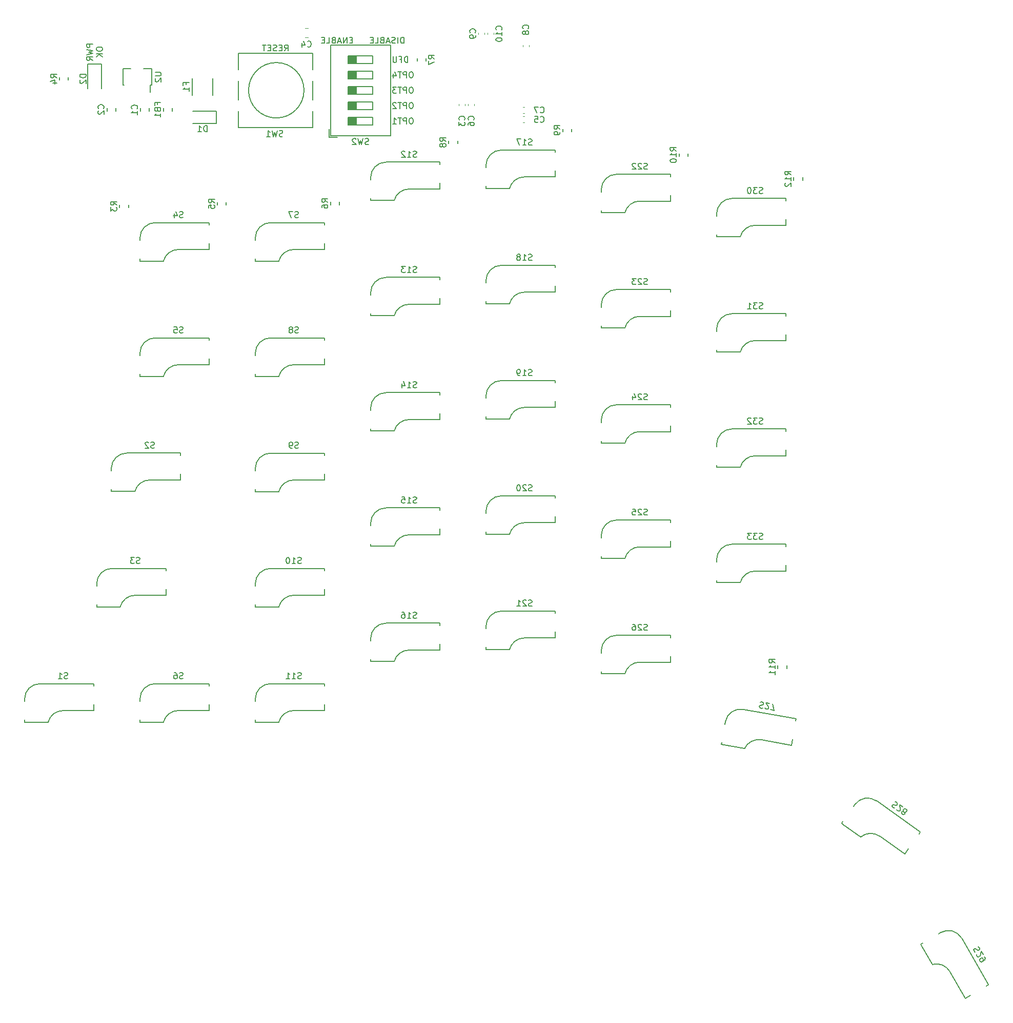
<source format=gbr>
%TF.GenerationSoftware,KiCad,Pcbnew,(6.0.0)*%
%TF.CreationDate,2021-12-31T21:55:40-08:00*%
%TF.ProjectId,thumbler_left,7468756d-626c-4657-925f-6c6566742e6b,rev?*%
%TF.SameCoordinates,Original*%
%TF.FileFunction,Legend,Bot*%
%TF.FilePolarity,Positive*%
%FSLAX46Y46*%
G04 Gerber Fmt 4.6, Leading zero omitted, Abs format (unit mm)*
G04 Created by KiCad (PCBNEW (6.0.0)) date 2021-12-31 21:55:40*
%MOMM*%
%LPD*%
G01*
G04 APERTURE LIST*
%ADD10C,0.150000*%
%ADD11C,0.153000*%
%ADD12C,0.120000*%
G04 APERTURE END LIST*
D10*
X102517380Y-141541666D02*
X101517380Y-141541666D01*
X101517380Y-141922619D01*
X101565000Y-142017857D01*
X101612619Y-142065476D01*
X101707857Y-142113095D01*
X101850714Y-142113095D01*
X101945952Y-142065476D01*
X101993571Y-142017857D01*
X102041190Y-141922619D01*
X102041190Y-141541666D01*
X101517380Y-142446428D02*
X102517380Y-142684523D01*
X101803095Y-142875000D01*
X102517380Y-143065476D01*
X101517380Y-143303571D01*
X102517380Y-144255952D02*
X102041190Y-143922619D01*
X102517380Y-143684523D02*
X101517380Y-143684523D01*
X101517380Y-144065476D01*
X101565000Y-144160714D01*
X101612619Y-144208333D01*
X101707857Y-144255952D01*
X101850714Y-144255952D01*
X101945952Y-144208333D01*
X101993571Y-144160714D01*
X102041190Y-144065476D01*
X102041190Y-143684523D01*
X103127380Y-142279761D02*
X103127380Y-142470238D01*
X103175000Y-142565476D01*
X103270238Y-142660714D01*
X103460714Y-142708333D01*
X103794047Y-142708333D01*
X103984523Y-142660714D01*
X104079761Y-142565476D01*
X104127380Y-142470238D01*
X104127380Y-142279761D01*
X104079761Y-142184523D01*
X103984523Y-142089285D01*
X103794047Y-142041666D01*
X103460714Y-142041666D01*
X103270238Y-142089285D01*
X103175000Y-142184523D01*
X103127380Y-142279761D01*
X104127380Y-143136904D02*
X103127380Y-143136904D01*
X104127380Y-143708333D02*
X103555952Y-143279761D01*
X103127380Y-143708333D02*
X103698809Y-143136904D01*
X134167380Y-142692380D02*
X134500714Y-142216190D01*
X134738809Y-142692380D02*
X134738809Y-141692380D01*
X134357857Y-141692380D01*
X134262619Y-141740000D01*
X134215000Y-141787619D01*
X134167380Y-141882857D01*
X134167380Y-142025714D01*
X134215000Y-142120952D01*
X134262619Y-142168571D01*
X134357857Y-142216190D01*
X134738809Y-142216190D01*
X133738809Y-142168571D02*
X133405476Y-142168571D01*
X133262619Y-142692380D02*
X133738809Y-142692380D01*
X133738809Y-141692380D01*
X133262619Y-141692380D01*
X132881666Y-142644761D02*
X132738809Y-142692380D01*
X132500714Y-142692380D01*
X132405476Y-142644761D01*
X132357857Y-142597142D01*
X132310238Y-142501904D01*
X132310238Y-142406666D01*
X132357857Y-142311428D01*
X132405476Y-142263809D01*
X132500714Y-142216190D01*
X132691190Y-142168571D01*
X132786428Y-142120952D01*
X132834047Y-142073333D01*
X132881666Y-141978095D01*
X132881666Y-141882857D01*
X132834047Y-141787619D01*
X132786428Y-141740000D01*
X132691190Y-141692380D01*
X132453095Y-141692380D01*
X132310238Y-141740000D01*
X131881666Y-142168571D02*
X131548333Y-142168571D01*
X131405476Y-142692380D02*
X131881666Y-142692380D01*
X131881666Y-141692380D01*
X131405476Y-141692380D01*
X131119761Y-141692380D02*
X130548333Y-141692380D01*
X130834047Y-142692380D02*
X130834047Y-141692380D01*
X153891904Y-141422380D02*
X153891904Y-140422380D01*
X153653809Y-140422380D01*
X153510952Y-140470000D01*
X153415714Y-140565238D01*
X153368095Y-140660476D01*
X153320476Y-140850952D01*
X153320476Y-140993809D01*
X153368095Y-141184285D01*
X153415714Y-141279523D01*
X153510952Y-141374761D01*
X153653809Y-141422380D01*
X153891904Y-141422380D01*
X152891904Y-141422380D02*
X152891904Y-140422380D01*
X152463333Y-141374761D02*
X152320476Y-141422380D01*
X152082380Y-141422380D01*
X151987142Y-141374761D01*
X151939523Y-141327142D01*
X151891904Y-141231904D01*
X151891904Y-141136666D01*
X151939523Y-141041428D01*
X151987142Y-140993809D01*
X152082380Y-140946190D01*
X152272857Y-140898571D01*
X152368095Y-140850952D01*
X152415714Y-140803333D01*
X152463333Y-140708095D01*
X152463333Y-140612857D01*
X152415714Y-140517619D01*
X152368095Y-140470000D01*
X152272857Y-140422380D01*
X152034761Y-140422380D01*
X151891904Y-140470000D01*
X151510952Y-141136666D02*
X151034761Y-141136666D01*
X151606190Y-141422380D02*
X151272857Y-140422380D01*
X150939523Y-141422380D01*
X150272857Y-140898571D02*
X150130000Y-140946190D01*
X150082380Y-140993809D01*
X150034761Y-141089047D01*
X150034761Y-141231904D01*
X150082380Y-141327142D01*
X150130000Y-141374761D01*
X150225238Y-141422380D01*
X150606190Y-141422380D01*
X150606190Y-140422380D01*
X150272857Y-140422380D01*
X150177619Y-140470000D01*
X150130000Y-140517619D01*
X150082380Y-140612857D01*
X150082380Y-140708095D01*
X150130000Y-140803333D01*
X150177619Y-140850952D01*
X150272857Y-140898571D01*
X150606190Y-140898571D01*
X149130000Y-141422380D02*
X149606190Y-141422380D01*
X149606190Y-140422380D01*
X148796666Y-140898571D02*
X148463333Y-140898571D01*
X148320476Y-141422380D02*
X148796666Y-141422380D01*
X148796666Y-140422380D01*
X148320476Y-140422380D01*
X145398809Y-140898571D02*
X145065476Y-140898571D01*
X144922619Y-141422380D02*
X145398809Y-141422380D01*
X145398809Y-140422380D01*
X144922619Y-140422380D01*
X144494047Y-141422380D02*
X144494047Y-140422380D01*
X143922619Y-141422380D01*
X143922619Y-140422380D01*
X143494047Y-141136666D02*
X143017857Y-141136666D01*
X143589285Y-141422380D02*
X143255952Y-140422380D01*
X142922619Y-141422380D01*
X142255952Y-140898571D02*
X142113095Y-140946190D01*
X142065476Y-140993809D01*
X142017857Y-141089047D01*
X142017857Y-141231904D01*
X142065476Y-141327142D01*
X142113095Y-141374761D01*
X142208333Y-141422380D01*
X142589285Y-141422380D01*
X142589285Y-140422380D01*
X142255952Y-140422380D01*
X142160714Y-140470000D01*
X142113095Y-140517619D01*
X142065476Y-140612857D01*
X142065476Y-140708095D01*
X142113095Y-140803333D01*
X142160714Y-140850952D01*
X142255952Y-140898571D01*
X142589285Y-140898571D01*
X141113095Y-141422380D02*
X141589285Y-141422380D01*
X141589285Y-140422380D01*
X140779761Y-140898571D02*
X140446428Y-140898571D01*
X140303571Y-141422380D02*
X140779761Y-141422380D01*
X140779761Y-140422380D01*
X140303571Y-140422380D01*
X155195833Y-153757380D02*
X155005357Y-153757380D01*
X154910119Y-153805000D01*
X154814880Y-153900238D01*
X154767261Y-154090714D01*
X154767261Y-154424047D01*
X154814880Y-154614523D01*
X154910119Y-154709761D01*
X155005357Y-154757380D01*
X155195833Y-154757380D01*
X155291071Y-154709761D01*
X155386309Y-154614523D01*
X155433928Y-154424047D01*
X155433928Y-154090714D01*
X155386309Y-153900238D01*
X155291071Y-153805000D01*
X155195833Y-153757380D01*
X154338690Y-154757380D02*
X154338690Y-153757380D01*
X153957738Y-153757380D01*
X153862500Y-153805000D01*
X153814880Y-153852619D01*
X153767261Y-153947857D01*
X153767261Y-154090714D01*
X153814880Y-154185952D01*
X153862500Y-154233571D01*
X153957738Y-154281190D01*
X154338690Y-154281190D01*
X153481547Y-153757380D02*
X152910119Y-153757380D01*
X153195833Y-154757380D02*
X153195833Y-153757380D01*
X152052976Y-154757380D02*
X152624404Y-154757380D01*
X152338690Y-154757380D02*
X152338690Y-153757380D01*
X152433928Y-153900238D01*
X152529166Y-153995476D01*
X152624404Y-154043095D01*
X155195833Y-151217380D02*
X155005357Y-151217380D01*
X154910119Y-151265000D01*
X154814880Y-151360238D01*
X154767261Y-151550714D01*
X154767261Y-151884047D01*
X154814880Y-152074523D01*
X154910119Y-152169761D01*
X155005357Y-152217380D01*
X155195833Y-152217380D01*
X155291071Y-152169761D01*
X155386309Y-152074523D01*
X155433928Y-151884047D01*
X155433928Y-151550714D01*
X155386309Y-151360238D01*
X155291071Y-151265000D01*
X155195833Y-151217380D01*
X154338690Y-152217380D02*
X154338690Y-151217380D01*
X153957738Y-151217380D01*
X153862500Y-151265000D01*
X153814880Y-151312619D01*
X153767261Y-151407857D01*
X153767261Y-151550714D01*
X153814880Y-151645952D01*
X153862500Y-151693571D01*
X153957738Y-151741190D01*
X154338690Y-151741190D01*
X153481547Y-151217380D02*
X152910119Y-151217380D01*
X153195833Y-152217380D02*
X153195833Y-151217380D01*
X152624404Y-151312619D02*
X152576785Y-151265000D01*
X152481547Y-151217380D01*
X152243452Y-151217380D01*
X152148214Y-151265000D01*
X152100595Y-151312619D01*
X152052976Y-151407857D01*
X152052976Y-151503095D01*
X152100595Y-151645952D01*
X152672023Y-152217380D01*
X152052976Y-152217380D01*
X155195833Y-148677380D02*
X155005357Y-148677380D01*
X154910119Y-148725000D01*
X154814880Y-148820238D01*
X154767261Y-149010714D01*
X154767261Y-149344047D01*
X154814880Y-149534523D01*
X154910119Y-149629761D01*
X155005357Y-149677380D01*
X155195833Y-149677380D01*
X155291071Y-149629761D01*
X155386309Y-149534523D01*
X155433928Y-149344047D01*
X155433928Y-149010714D01*
X155386309Y-148820238D01*
X155291071Y-148725000D01*
X155195833Y-148677380D01*
X154338690Y-149677380D02*
X154338690Y-148677380D01*
X153957738Y-148677380D01*
X153862500Y-148725000D01*
X153814880Y-148772619D01*
X153767261Y-148867857D01*
X153767261Y-149010714D01*
X153814880Y-149105952D01*
X153862500Y-149153571D01*
X153957738Y-149201190D01*
X154338690Y-149201190D01*
X153481547Y-148677380D02*
X152910119Y-148677380D01*
X153195833Y-149677380D02*
X153195833Y-148677380D01*
X152672023Y-148677380D02*
X152052976Y-148677380D01*
X152386309Y-149058333D01*
X152243452Y-149058333D01*
X152148214Y-149105952D01*
X152100595Y-149153571D01*
X152052976Y-149248809D01*
X152052976Y-149486904D01*
X152100595Y-149582142D01*
X152148214Y-149629761D01*
X152243452Y-149677380D01*
X152529166Y-149677380D01*
X152624404Y-149629761D01*
X152672023Y-149582142D01*
X155195833Y-146137380D02*
X155005357Y-146137380D01*
X154910119Y-146185000D01*
X154814880Y-146280238D01*
X154767261Y-146470714D01*
X154767261Y-146804047D01*
X154814880Y-146994523D01*
X154910119Y-147089761D01*
X155005357Y-147137380D01*
X155195833Y-147137380D01*
X155291071Y-147089761D01*
X155386309Y-146994523D01*
X155433928Y-146804047D01*
X155433928Y-146470714D01*
X155386309Y-146280238D01*
X155291071Y-146185000D01*
X155195833Y-146137380D01*
X154338690Y-147137380D02*
X154338690Y-146137380D01*
X153957738Y-146137380D01*
X153862500Y-146185000D01*
X153814880Y-146232619D01*
X153767261Y-146327857D01*
X153767261Y-146470714D01*
X153814880Y-146565952D01*
X153862500Y-146613571D01*
X153957738Y-146661190D01*
X154338690Y-146661190D01*
X153481547Y-146137380D02*
X152910119Y-146137380D01*
X153195833Y-147137380D02*
X153195833Y-146137380D01*
X152148214Y-146470714D02*
X152148214Y-147137380D01*
X152386309Y-146089761D02*
X152624404Y-146804047D01*
X152005357Y-146804047D01*
X154529166Y-144597380D02*
X154529166Y-143597380D01*
X154291071Y-143597380D01*
X154148214Y-143645000D01*
X154052976Y-143740238D01*
X154005357Y-143835476D01*
X153957738Y-144025952D01*
X153957738Y-144168809D01*
X154005357Y-144359285D01*
X154052976Y-144454523D01*
X154148214Y-144549761D01*
X154291071Y-144597380D01*
X154529166Y-144597380D01*
X153195833Y-144073571D02*
X153529166Y-144073571D01*
X153529166Y-144597380D02*
X153529166Y-143597380D01*
X153052976Y-143597380D01*
X152672023Y-143597380D02*
X152672023Y-144406904D01*
X152624404Y-144502142D01*
X152576785Y-144549761D01*
X152481547Y-144597380D01*
X152291071Y-144597380D01*
X152195833Y-144549761D01*
X152148214Y-144502142D01*
X152100595Y-144406904D01*
X152100595Y-143597380D01*
%TO.C,S1*%
X98367904Y-246400761D02*
X98225047Y-246448380D01*
X97986952Y-246448380D01*
X97891714Y-246400761D01*
X97844095Y-246353142D01*
X97796476Y-246257904D01*
X97796476Y-246162666D01*
X97844095Y-246067428D01*
X97891714Y-246019809D01*
X97986952Y-245972190D01*
X98177428Y-245924571D01*
X98272666Y-245876952D01*
X98320285Y-245829333D01*
X98367904Y-245734095D01*
X98367904Y-245638857D01*
X98320285Y-245543619D01*
X98272666Y-245496000D01*
X98177428Y-245448380D01*
X97939333Y-245448380D01*
X97796476Y-245496000D01*
X96844095Y-246448380D02*
X97415523Y-246448380D01*
X97129809Y-246448380D02*
X97129809Y-245448380D01*
X97225047Y-245591238D01*
X97320285Y-245686476D01*
X97415523Y-245734095D01*
%TO.C,S4*%
X117414904Y-170195961D02*
X117272047Y-170243580D01*
X117033952Y-170243580D01*
X116938714Y-170195961D01*
X116891095Y-170148342D01*
X116843476Y-170053104D01*
X116843476Y-169957866D01*
X116891095Y-169862628D01*
X116938714Y-169815009D01*
X117033952Y-169767390D01*
X117224428Y-169719771D01*
X117319666Y-169672152D01*
X117367285Y-169624533D01*
X117414904Y-169529295D01*
X117414904Y-169434057D01*
X117367285Y-169338819D01*
X117319666Y-169291200D01*
X117224428Y-169243580D01*
X116986333Y-169243580D01*
X116843476Y-169291200D01*
X115986333Y-169576914D02*
X115986333Y-170243580D01*
X116224428Y-169195961D02*
X116462523Y-169910247D01*
X115843476Y-169910247D01*
%TO.C,S27*%
X212755466Y-250311406D02*
X212904422Y-250289317D01*
X213138900Y-250330662D01*
X213224422Y-250394095D01*
X213263049Y-250449260D01*
X213293406Y-250551320D01*
X213276868Y-250645111D01*
X213213435Y-250730634D01*
X213158270Y-250769260D01*
X213056210Y-250799618D01*
X212860359Y-250813438D01*
X212758299Y-250843795D01*
X212703134Y-250882422D01*
X212639700Y-250967944D01*
X212623163Y-251061736D01*
X212653520Y-251163796D01*
X212692147Y-251218960D01*
X212777669Y-251282394D01*
X213012147Y-251323739D01*
X213161103Y-251301650D01*
X213544537Y-251320906D02*
X213583163Y-251376071D01*
X213668686Y-251439504D01*
X213903164Y-251480849D01*
X214005224Y-251450491D01*
X214060388Y-251411865D01*
X214123822Y-251326342D01*
X214140360Y-251232551D01*
X214118271Y-251083595D01*
X213654751Y-250421621D01*
X214264394Y-250529117D01*
X214419015Y-251571807D02*
X215075554Y-251687573D01*
X214827142Y-250628345D01*
%TO.C,S28*%
X235002129Y-266761753D02*
X235146160Y-266805691D01*
X235340238Y-266943615D01*
X235390285Y-267037601D01*
X235401515Y-267104001D01*
X235385161Y-267209217D01*
X235329992Y-267286848D01*
X235236007Y-267336895D01*
X235169606Y-267348126D01*
X235064390Y-267331772D01*
X234881543Y-267260248D01*
X234776327Y-267243894D01*
X234709926Y-267255125D01*
X234615941Y-267305171D01*
X234560772Y-267382802D01*
X234544417Y-267488018D01*
X234555648Y-267554419D01*
X234605695Y-267648404D01*
X234799773Y-267786328D01*
X234943804Y-267830267D01*
X235281914Y-268012130D02*
X235293145Y-268078530D01*
X235343191Y-268172516D01*
X235537269Y-268310440D01*
X235642485Y-268326794D01*
X235708886Y-268315563D01*
X235802871Y-268265516D01*
X235858041Y-268187885D01*
X235901980Y-268043854D01*
X235767210Y-267247048D01*
X236271813Y-267605651D01*
X236406582Y-268402456D02*
X236301366Y-268386102D01*
X236234966Y-268397333D01*
X236140981Y-268447379D01*
X236113396Y-268486195D01*
X236097042Y-268591411D01*
X236108273Y-268657811D01*
X236158319Y-268751797D01*
X236313582Y-268862136D01*
X236418798Y-268878490D01*
X236485198Y-268867259D01*
X236579183Y-268817213D01*
X236606768Y-268778397D01*
X236623122Y-268673181D01*
X236611891Y-268606781D01*
X236561845Y-268512796D01*
X236406582Y-268402456D01*
X236356536Y-268308471D01*
X236345305Y-268242071D01*
X236361659Y-268136855D01*
X236471999Y-267981592D01*
X236565984Y-267931546D01*
X236632384Y-267920315D01*
X236737600Y-267936669D01*
X236892863Y-268047008D01*
X236942909Y-268140993D01*
X236954140Y-268207394D01*
X236937786Y-268312610D01*
X236827447Y-268467872D01*
X236733461Y-268517919D01*
X236667061Y-268529150D01*
X236561845Y-268512796D01*
%TO.C,S29*%
X248751438Y-290714712D02*
X248864106Y-290814620D01*
X248983153Y-291020817D01*
X248989533Y-291127105D01*
X248972103Y-291192153D01*
X248913434Y-291281012D01*
X248830956Y-291328631D01*
X248724668Y-291335011D01*
X248659619Y-291317581D01*
X248570760Y-291258912D01*
X248434283Y-291117764D01*
X248345425Y-291059095D01*
X248280376Y-291041665D01*
X248174088Y-291048045D01*
X248091609Y-291095664D01*
X248032940Y-291184522D01*
X248015510Y-291249571D01*
X248021890Y-291355859D01*
X248140938Y-291562056D01*
X248253605Y-291661964D01*
X248485321Y-291968069D02*
X248467891Y-292033118D01*
X248474271Y-292139406D01*
X248593319Y-292345603D01*
X248682177Y-292404272D01*
X248747226Y-292421702D01*
X248853514Y-292415322D01*
X248935992Y-292367703D01*
X249035901Y-292255035D01*
X249245058Y-291474449D01*
X249554582Y-292010560D01*
X249792677Y-292422953D02*
X249887915Y-292587910D01*
X249894295Y-292694198D01*
X249876865Y-292759247D01*
X249800766Y-292913154D01*
X249659619Y-293049632D01*
X249329704Y-293240108D01*
X249223416Y-293246488D01*
X249158367Y-293229058D01*
X249069509Y-293170389D01*
X248974271Y-293005432D01*
X248967891Y-292899143D01*
X248985321Y-292834095D01*
X249043990Y-292745236D01*
X249250187Y-292626189D01*
X249356475Y-292619809D01*
X249421524Y-292637239D01*
X249510382Y-292695908D01*
X249605620Y-292860865D01*
X249612000Y-292967153D01*
X249594570Y-293032202D01*
X249535901Y-293121060D01*
%TO.C,S7*%
X136464904Y-170195961D02*
X136322047Y-170243580D01*
X136083952Y-170243580D01*
X135988714Y-170195961D01*
X135941095Y-170148342D01*
X135893476Y-170053104D01*
X135893476Y-169957866D01*
X135941095Y-169862628D01*
X135988714Y-169815009D01*
X136083952Y-169767390D01*
X136274428Y-169719771D01*
X136369666Y-169672152D01*
X136417285Y-169624533D01*
X136464904Y-169529295D01*
X136464904Y-169434057D01*
X136417285Y-169338819D01*
X136369666Y-169291200D01*
X136274428Y-169243580D01*
X136036333Y-169243580D01*
X135893476Y-169291200D01*
X135560142Y-169243580D02*
X134893476Y-169243580D01*
X135322047Y-170243580D01*
%TO.C,S12*%
X155991095Y-160195961D02*
X155848238Y-160243580D01*
X155610142Y-160243580D01*
X155514904Y-160195961D01*
X155467285Y-160148342D01*
X155419666Y-160053104D01*
X155419666Y-159957866D01*
X155467285Y-159862628D01*
X155514904Y-159815009D01*
X155610142Y-159767390D01*
X155800619Y-159719771D01*
X155895857Y-159672152D01*
X155943476Y-159624533D01*
X155991095Y-159529295D01*
X155991095Y-159434057D01*
X155943476Y-159338819D01*
X155895857Y-159291200D01*
X155800619Y-159243580D01*
X155562523Y-159243580D01*
X155419666Y-159291200D01*
X154467285Y-160243580D02*
X155038714Y-160243580D01*
X154753000Y-160243580D02*
X154753000Y-159243580D01*
X154848238Y-159386438D01*
X154943476Y-159481676D01*
X155038714Y-159529295D01*
X154086333Y-159338819D02*
X154038714Y-159291200D01*
X153943476Y-159243580D01*
X153705380Y-159243580D01*
X153610142Y-159291200D01*
X153562523Y-159338819D01*
X153514904Y-159434057D01*
X153514904Y-159529295D01*
X153562523Y-159672152D01*
X154133952Y-160243580D01*
X153514904Y-160243580D01*
%TO.C,S17*%
X175041095Y-158195961D02*
X174898238Y-158243580D01*
X174660142Y-158243580D01*
X174564904Y-158195961D01*
X174517285Y-158148342D01*
X174469666Y-158053104D01*
X174469666Y-157957866D01*
X174517285Y-157862628D01*
X174564904Y-157815009D01*
X174660142Y-157767390D01*
X174850619Y-157719771D01*
X174945857Y-157672152D01*
X174993476Y-157624533D01*
X175041095Y-157529295D01*
X175041095Y-157434057D01*
X174993476Y-157338819D01*
X174945857Y-157291200D01*
X174850619Y-157243580D01*
X174612523Y-157243580D01*
X174469666Y-157291200D01*
X173517285Y-158243580D02*
X174088714Y-158243580D01*
X173803000Y-158243580D02*
X173803000Y-157243580D01*
X173898238Y-157386438D01*
X173993476Y-157481676D01*
X174088714Y-157529295D01*
X173183952Y-157243580D02*
X172517285Y-157243580D01*
X172945857Y-158243580D01*
%TO.C,S22*%
X194091095Y-162195961D02*
X193948238Y-162243580D01*
X193710142Y-162243580D01*
X193614904Y-162195961D01*
X193567285Y-162148342D01*
X193519666Y-162053104D01*
X193519666Y-161957866D01*
X193567285Y-161862628D01*
X193614904Y-161815009D01*
X193710142Y-161767390D01*
X193900619Y-161719771D01*
X193995857Y-161672152D01*
X194043476Y-161624533D01*
X194091095Y-161529295D01*
X194091095Y-161434057D01*
X194043476Y-161338819D01*
X193995857Y-161291200D01*
X193900619Y-161243580D01*
X193662523Y-161243580D01*
X193519666Y-161291200D01*
X193138714Y-161338819D02*
X193091095Y-161291200D01*
X192995857Y-161243580D01*
X192757761Y-161243580D01*
X192662523Y-161291200D01*
X192614904Y-161338819D01*
X192567285Y-161434057D01*
X192567285Y-161529295D01*
X192614904Y-161672152D01*
X193186333Y-162243580D01*
X192567285Y-162243580D01*
X192186333Y-161338819D02*
X192138714Y-161291200D01*
X192043476Y-161243580D01*
X191805380Y-161243580D01*
X191710142Y-161291200D01*
X191662523Y-161338819D01*
X191614904Y-161434057D01*
X191614904Y-161529295D01*
X191662523Y-161672152D01*
X192233952Y-162243580D01*
X191614904Y-162243580D01*
%TO.C,S30*%
X213141095Y-166195961D02*
X212998238Y-166243580D01*
X212760142Y-166243580D01*
X212664904Y-166195961D01*
X212617285Y-166148342D01*
X212569666Y-166053104D01*
X212569666Y-165957866D01*
X212617285Y-165862628D01*
X212664904Y-165815009D01*
X212760142Y-165767390D01*
X212950619Y-165719771D01*
X213045857Y-165672152D01*
X213093476Y-165624533D01*
X213141095Y-165529295D01*
X213141095Y-165434057D01*
X213093476Y-165338819D01*
X213045857Y-165291200D01*
X212950619Y-165243580D01*
X212712523Y-165243580D01*
X212569666Y-165291200D01*
X212236333Y-165243580D02*
X211617285Y-165243580D01*
X211950619Y-165624533D01*
X211807761Y-165624533D01*
X211712523Y-165672152D01*
X211664904Y-165719771D01*
X211617285Y-165815009D01*
X211617285Y-166053104D01*
X211664904Y-166148342D01*
X211712523Y-166195961D01*
X211807761Y-166243580D01*
X212093476Y-166243580D01*
X212188714Y-166195961D01*
X212236333Y-166148342D01*
X210998238Y-165243580D02*
X210903000Y-165243580D01*
X210807761Y-165291200D01*
X210760142Y-165338819D01*
X210712523Y-165434057D01*
X210664904Y-165624533D01*
X210664904Y-165862628D01*
X210712523Y-166053104D01*
X210760142Y-166148342D01*
X210807761Y-166195961D01*
X210903000Y-166243580D01*
X210998238Y-166243580D01*
X211093476Y-166195961D01*
X211141095Y-166148342D01*
X211188714Y-166053104D01*
X211236333Y-165862628D01*
X211236333Y-165624533D01*
X211188714Y-165434057D01*
X211141095Y-165338819D01*
X211093476Y-165291200D01*
X210998238Y-165243580D01*
%TO.C,S5*%
X117414904Y-189245961D02*
X117272047Y-189293580D01*
X117033952Y-189293580D01*
X116938714Y-189245961D01*
X116891095Y-189198342D01*
X116843476Y-189103104D01*
X116843476Y-189007866D01*
X116891095Y-188912628D01*
X116938714Y-188865009D01*
X117033952Y-188817390D01*
X117224428Y-188769771D01*
X117319666Y-188722152D01*
X117367285Y-188674533D01*
X117414904Y-188579295D01*
X117414904Y-188484057D01*
X117367285Y-188388819D01*
X117319666Y-188341200D01*
X117224428Y-188293580D01*
X116986333Y-188293580D01*
X116843476Y-188341200D01*
X115938714Y-188293580D02*
X116414904Y-188293580D01*
X116462523Y-188769771D01*
X116414904Y-188722152D01*
X116319666Y-188674533D01*
X116081571Y-188674533D01*
X115986333Y-188722152D01*
X115938714Y-188769771D01*
X115891095Y-188865009D01*
X115891095Y-189103104D01*
X115938714Y-189198342D01*
X115986333Y-189245961D01*
X116081571Y-189293580D01*
X116319666Y-189293580D01*
X116414904Y-189245961D01*
X116462523Y-189198342D01*
%TO.C,S8*%
X136464904Y-189245961D02*
X136322047Y-189293580D01*
X136083952Y-189293580D01*
X135988714Y-189245961D01*
X135941095Y-189198342D01*
X135893476Y-189103104D01*
X135893476Y-189007866D01*
X135941095Y-188912628D01*
X135988714Y-188865009D01*
X136083952Y-188817390D01*
X136274428Y-188769771D01*
X136369666Y-188722152D01*
X136417285Y-188674533D01*
X136464904Y-188579295D01*
X136464904Y-188484057D01*
X136417285Y-188388819D01*
X136369666Y-188341200D01*
X136274428Y-188293580D01*
X136036333Y-188293580D01*
X135893476Y-188341200D01*
X135322047Y-188722152D02*
X135417285Y-188674533D01*
X135464904Y-188626914D01*
X135512523Y-188531676D01*
X135512523Y-188484057D01*
X135464904Y-188388819D01*
X135417285Y-188341200D01*
X135322047Y-188293580D01*
X135131571Y-188293580D01*
X135036333Y-188341200D01*
X134988714Y-188388819D01*
X134941095Y-188484057D01*
X134941095Y-188531676D01*
X134988714Y-188626914D01*
X135036333Y-188674533D01*
X135131571Y-188722152D01*
X135322047Y-188722152D01*
X135417285Y-188769771D01*
X135464904Y-188817390D01*
X135512523Y-188912628D01*
X135512523Y-189103104D01*
X135464904Y-189198342D01*
X135417285Y-189245961D01*
X135322047Y-189293580D01*
X135131571Y-189293580D01*
X135036333Y-189245961D01*
X134988714Y-189198342D01*
X134941095Y-189103104D01*
X134941095Y-188912628D01*
X134988714Y-188817390D01*
X135036333Y-188769771D01*
X135131571Y-188722152D01*
%TO.C,S13*%
X155991095Y-179245961D02*
X155848238Y-179293580D01*
X155610142Y-179293580D01*
X155514904Y-179245961D01*
X155467285Y-179198342D01*
X155419666Y-179103104D01*
X155419666Y-179007866D01*
X155467285Y-178912628D01*
X155514904Y-178865009D01*
X155610142Y-178817390D01*
X155800619Y-178769771D01*
X155895857Y-178722152D01*
X155943476Y-178674533D01*
X155991095Y-178579295D01*
X155991095Y-178484057D01*
X155943476Y-178388819D01*
X155895857Y-178341200D01*
X155800619Y-178293580D01*
X155562523Y-178293580D01*
X155419666Y-178341200D01*
X154467285Y-179293580D02*
X155038714Y-179293580D01*
X154753000Y-179293580D02*
X154753000Y-178293580D01*
X154848238Y-178436438D01*
X154943476Y-178531676D01*
X155038714Y-178579295D01*
X154133952Y-178293580D02*
X153514904Y-178293580D01*
X153848238Y-178674533D01*
X153705380Y-178674533D01*
X153610142Y-178722152D01*
X153562523Y-178769771D01*
X153514904Y-178865009D01*
X153514904Y-179103104D01*
X153562523Y-179198342D01*
X153610142Y-179245961D01*
X153705380Y-179293580D01*
X153991095Y-179293580D01*
X154086333Y-179245961D01*
X154133952Y-179198342D01*
%TO.C,S18*%
X175041095Y-177245961D02*
X174898238Y-177293580D01*
X174660142Y-177293580D01*
X174564904Y-177245961D01*
X174517285Y-177198342D01*
X174469666Y-177103104D01*
X174469666Y-177007866D01*
X174517285Y-176912628D01*
X174564904Y-176865009D01*
X174660142Y-176817390D01*
X174850619Y-176769771D01*
X174945857Y-176722152D01*
X174993476Y-176674533D01*
X175041095Y-176579295D01*
X175041095Y-176484057D01*
X174993476Y-176388819D01*
X174945857Y-176341200D01*
X174850619Y-176293580D01*
X174612523Y-176293580D01*
X174469666Y-176341200D01*
X173517285Y-177293580D02*
X174088714Y-177293580D01*
X173803000Y-177293580D02*
X173803000Y-176293580D01*
X173898238Y-176436438D01*
X173993476Y-176531676D01*
X174088714Y-176579295D01*
X172945857Y-176722152D02*
X173041095Y-176674533D01*
X173088714Y-176626914D01*
X173136333Y-176531676D01*
X173136333Y-176484057D01*
X173088714Y-176388819D01*
X173041095Y-176341200D01*
X172945857Y-176293580D01*
X172755380Y-176293580D01*
X172660142Y-176341200D01*
X172612523Y-176388819D01*
X172564904Y-176484057D01*
X172564904Y-176531676D01*
X172612523Y-176626914D01*
X172660142Y-176674533D01*
X172755380Y-176722152D01*
X172945857Y-176722152D01*
X173041095Y-176769771D01*
X173088714Y-176817390D01*
X173136333Y-176912628D01*
X173136333Y-177103104D01*
X173088714Y-177198342D01*
X173041095Y-177245961D01*
X172945857Y-177293580D01*
X172755380Y-177293580D01*
X172660142Y-177245961D01*
X172612523Y-177198342D01*
X172564904Y-177103104D01*
X172564904Y-176912628D01*
X172612523Y-176817390D01*
X172660142Y-176769771D01*
X172755380Y-176722152D01*
%TO.C,S23*%
X194091095Y-181245961D02*
X193948238Y-181293580D01*
X193710142Y-181293580D01*
X193614904Y-181245961D01*
X193567285Y-181198342D01*
X193519666Y-181103104D01*
X193519666Y-181007866D01*
X193567285Y-180912628D01*
X193614904Y-180865009D01*
X193710142Y-180817390D01*
X193900619Y-180769771D01*
X193995857Y-180722152D01*
X194043476Y-180674533D01*
X194091095Y-180579295D01*
X194091095Y-180484057D01*
X194043476Y-180388819D01*
X193995857Y-180341200D01*
X193900619Y-180293580D01*
X193662523Y-180293580D01*
X193519666Y-180341200D01*
X193138714Y-180388819D02*
X193091095Y-180341200D01*
X192995857Y-180293580D01*
X192757761Y-180293580D01*
X192662523Y-180341200D01*
X192614904Y-180388819D01*
X192567285Y-180484057D01*
X192567285Y-180579295D01*
X192614904Y-180722152D01*
X193186333Y-181293580D01*
X192567285Y-181293580D01*
X192233952Y-180293580D02*
X191614904Y-180293580D01*
X191948238Y-180674533D01*
X191805380Y-180674533D01*
X191710142Y-180722152D01*
X191662523Y-180769771D01*
X191614904Y-180865009D01*
X191614904Y-181103104D01*
X191662523Y-181198342D01*
X191710142Y-181245961D01*
X191805380Y-181293580D01*
X192091095Y-181293580D01*
X192186333Y-181245961D01*
X192233952Y-181198342D01*
%TO.C,S31*%
X213141095Y-185245961D02*
X212998238Y-185293580D01*
X212760142Y-185293580D01*
X212664904Y-185245961D01*
X212617285Y-185198342D01*
X212569666Y-185103104D01*
X212569666Y-185007866D01*
X212617285Y-184912628D01*
X212664904Y-184865009D01*
X212760142Y-184817390D01*
X212950619Y-184769771D01*
X213045857Y-184722152D01*
X213093476Y-184674533D01*
X213141095Y-184579295D01*
X213141095Y-184484057D01*
X213093476Y-184388819D01*
X213045857Y-184341200D01*
X212950619Y-184293580D01*
X212712523Y-184293580D01*
X212569666Y-184341200D01*
X212236333Y-184293580D02*
X211617285Y-184293580D01*
X211950619Y-184674533D01*
X211807761Y-184674533D01*
X211712523Y-184722152D01*
X211664904Y-184769771D01*
X211617285Y-184865009D01*
X211617285Y-185103104D01*
X211664904Y-185198342D01*
X211712523Y-185245961D01*
X211807761Y-185293580D01*
X212093476Y-185293580D01*
X212188714Y-185245961D01*
X212236333Y-185198342D01*
X210664904Y-185293580D02*
X211236333Y-185293580D01*
X210950619Y-185293580D02*
X210950619Y-184293580D01*
X211045857Y-184436438D01*
X211141095Y-184531676D01*
X211236333Y-184579295D01*
%TO.C,S2*%
X112688420Y-208287641D02*
X112545563Y-208335260D01*
X112307468Y-208335260D01*
X112212230Y-208287641D01*
X112164611Y-208240022D01*
X112116992Y-208144784D01*
X112116992Y-208049546D01*
X112164611Y-207954308D01*
X112212230Y-207906689D01*
X112307468Y-207859070D01*
X112497944Y-207811451D01*
X112593182Y-207763832D01*
X112640801Y-207716213D01*
X112688420Y-207620975D01*
X112688420Y-207525737D01*
X112640801Y-207430499D01*
X112593182Y-207382880D01*
X112497944Y-207335260D01*
X112259849Y-207335260D01*
X112116992Y-207382880D01*
X111736039Y-207430499D02*
X111688420Y-207382880D01*
X111593182Y-207335260D01*
X111355087Y-207335260D01*
X111259849Y-207382880D01*
X111212230Y-207430499D01*
X111164611Y-207525737D01*
X111164611Y-207620975D01*
X111212230Y-207763832D01*
X111783658Y-208335260D01*
X111164611Y-208335260D01*
%TO.C,S9*%
X136464904Y-208295961D02*
X136322047Y-208343580D01*
X136083952Y-208343580D01*
X135988714Y-208295961D01*
X135941095Y-208248342D01*
X135893476Y-208153104D01*
X135893476Y-208057866D01*
X135941095Y-207962628D01*
X135988714Y-207915009D01*
X136083952Y-207867390D01*
X136274428Y-207819771D01*
X136369666Y-207772152D01*
X136417285Y-207724533D01*
X136464904Y-207629295D01*
X136464904Y-207534057D01*
X136417285Y-207438819D01*
X136369666Y-207391200D01*
X136274428Y-207343580D01*
X136036333Y-207343580D01*
X135893476Y-207391200D01*
X135417285Y-208343580D02*
X135226809Y-208343580D01*
X135131571Y-208295961D01*
X135083952Y-208248342D01*
X134988714Y-208105485D01*
X134941095Y-207915009D01*
X134941095Y-207534057D01*
X134988714Y-207438819D01*
X135036333Y-207391200D01*
X135131571Y-207343580D01*
X135322047Y-207343580D01*
X135417285Y-207391200D01*
X135464904Y-207438819D01*
X135512523Y-207534057D01*
X135512523Y-207772152D01*
X135464904Y-207867390D01*
X135417285Y-207915009D01*
X135322047Y-207962628D01*
X135131571Y-207962628D01*
X135036333Y-207915009D01*
X134988714Y-207867390D01*
X134941095Y-207772152D01*
%TO.C,S14*%
X155991095Y-198295961D02*
X155848238Y-198343580D01*
X155610142Y-198343580D01*
X155514904Y-198295961D01*
X155467285Y-198248342D01*
X155419666Y-198153104D01*
X155419666Y-198057866D01*
X155467285Y-197962628D01*
X155514904Y-197915009D01*
X155610142Y-197867390D01*
X155800619Y-197819771D01*
X155895857Y-197772152D01*
X155943476Y-197724533D01*
X155991095Y-197629295D01*
X155991095Y-197534057D01*
X155943476Y-197438819D01*
X155895857Y-197391200D01*
X155800619Y-197343580D01*
X155562523Y-197343580D01*
X155419666Y-197391200D01*
X154467285Y-198343580D02*
X155038714Y-198343580D01*
X154753000Y-198343580D02*
X154753000Y-197343580D01*
X154848238Y-197486438D01*
X154943476Y-197581676D01*
X155038714Y-197629295D01*
X153610142Y-197676914D02*
X153610142Y-198343580D01*
X153848238Y-197295961D02*
X154086333Y-198010247D01*
X153467285Y-198010247D01*
%TO.C,S19*%
X175041095Y-196295961D02*
X174898238Y-196343580D01*
X174660142Y-196343580D01*
X174564904Y-196295961D01*
X174517285Y-196248342D01*
X174469666Y-196153104D01*
X174469666Y-196057866D01*
X174517285Y-195962628D01*
X174564904Y-195915009D01*
X174660142Y-195867390D01*
X174850619Y-195819771D01*
X174945857Y-195772152D01*
X174993476Y-195724533D01*
X175041095Y-195629295D01*
X175041095Y-195534057D01*
X174993476Y-195438819D01*
X174945857Y-195391200D01*
X174850619Y-195343580D01*
X174612523Y-195343580D01*
X174469666Y-195391200D01*
X173517285Y-196343580D02*
X174088714Y-196343580D01*
X173803000Y-196343580D02*
X173803000Y-195343580D01*
X173898238Y-195486438D01*
X173993476Y-195581676D01*
X174088714Y-195629295D01*
X173041095Y-196343580D02*
X172850619Y-196343580D01*
X172755380Y-196295961D01*
X172707761Y-196248342D01*
X172612523Y-196105485D01*
X172564904Y-195915009D01*
X172564904Y-195534057D01*
X172612523Y-195438819D01*
X172660142Y-195391200D01*
X172755380Y-195343580D01*
X172945857Y-195343580D01*
X173041095Y-195391200D01*
X173088714Y-195438819D01*
X173136333Y-195534057D01*
X173136333Y-195772152D01*
X173088714Y-195867390D01*
X173041095Y-195915009D01*
X172945857Y-195962628D01*
X172755380Y-195962628D01*
X172660142Y-195915009D01*
X172612523Y-195867390D01*
X172564904Y-195772152D01*
%TO.C,S24*%
X194091095Y-200295961D02*
X193948238Y-200343580D01*
X193710142Y-200343580D01*
X193614904Y-200295961D01*
X193567285Y-200248342D01*
X193519666Y-200153104D01*
X193519666Y-200057866D01*
X193567285Y-199962628D01*
X193614904Y-199915009D01*
X193710142Y-199867390D01*
X193900619Y-199819771D01*
X193995857Y-199772152D01*
X194043476Y-199724533D01*
X194091095Y-199629295D01*
X194091095Y-199534057D01*
X194043476Y-199438819D01*
X193995857Y-199391200D01*
X193900619Y-199343580D01*
X193662523Y-199343580D01*
X193519666Y-199391200D01*
X193138714Y-199438819D02*
X193091095Y-199391200D01*
X192995857Y-199343580D01*
X192757761Y-199343580D01*
X192662523Y-199391200D01*
X192614904Y-199438819D01*
X192567285Y-199534057D01*
X192567285Y-199629295D01*
X192614904Y-199772152D01*
X193186333Y-200343580D01*
X192567285Y-200343580D01*
X191710142Y-199676914D02*
X191710142Y-200343580D01*
X191948238Y-199295961D02*
X192186333Y-200010247D01*
X191567285Y-200010247D01*
%TO.C,S32*%
X213141095Y-204295961D02*
X212998238Y-204343580D01*
X212760142Y-204343580D01*
X212664904Y-204295961D01*
X212617285Y-204248342D01*
X212569666Y-204153104D01*
X212569666Y-204057866D01*
X212617285Y-203962628D01*
X212664904Y-203915009D01*
X212760142Y-203867390D01*
X212950619Y-203819771D01*
X213045857Y-203772152D01*
X213093476Y-203724533D01*
X213141095Y-203629295D01*
X213141095Y-203534057D01*
X213093476Y-203438819D01*
X213045857Y-203391200D01*
X212950619Y-203343580D01*
X212712523Y-203343580D01*
X212569666Y-203391200D01*
X212236333Y-203343580D02*
X211617285Y-203343580D01*
X211950619Y-203724533D01*
X211807761Y-203724533D01*
X211712523Y-203772152D01*
X211664904Y-203819771D01*
X211617285Y-203915009D01*
X211617285Y-204153104D01*
X211664904Y-204248342D01*
X211712523Y-204295961D01*
X211807761Y-204343580D01*
X212093476Y-204343580D01*
X212188714Y-204295961D01*
X212236333Y-204248342D01*
X211236333Y-203438819D02*
X211188714Y-203391200D01*
X211093476Y-203343580D01*
X210855380Y-203343580D01*
X210760142Y-203391200D01*
X210712523Y-203438819D01*
X210664904Y-203534057D01*
X210664904Y-203629295D01*
X210712523Y-203772152D01*
X211283952Y-204343580D01*
X210664904Y-204343580D01*
%TO.C,S3*%
X110267360Y-227344917D02*
X110124503Y-227392536D01*
X109886408Y-227392536D01*
X109791170Y-227344917D01*
X109743551Y-227297298D01*
X109695932Y-227202060D01*
X109695932Y-227106822D01*
X109743551Y-227011584D01*
X109791170Y-226963965D01*
X109886408Y-226916346D01*
X110076884Y-226868727D01*
X110172122Y-226821108D01*
X110219741Y-226773489D01*
X110267360Y-226678251D01*
X110267360Y-226583013D01*
X110219741Y-226487775D01*
X110172122Y-226440156D01*
X110076884Y-226392536D01*
X109838789Y-226392536D01*
X109695932Y-226440156D01*
X109362598Y-226392536D02*
X108743551Y-226392536D01*
X109076884Y-226773489D01*
X108934027Y-226773489D01*
X108838789Y-226821108D01*
X108791170Y-226868727D01*
X108743551Y-226963965D01*
X108743551Y-227202060D01*
X108791170Y-227297298D01*
X108838789Y-227344917D01*
X108934027Y-227392536D01*
X109219741Y-227392536D01*
X109314979Y-227344917D01*
X109362598Y-227297298D01*
%TO.C,S10*%
X136941095Y-227345961D02*
X136798238Y-227393580D01*
X136560142Y-227393580D01*
X136464904Y-227345961D01*
X136417285Y-227298342D01*
X136369666Y-227203104D01*
X136369666Y-227107866D01*
X136417285Y-227012628D01*
X136464904Y-226965009D01*
X136560142Y-226917390D01*
X136750619Y-226869771D01*
X136845857Y-226822152D01*
X136893476Y-226774533D01*
X136941095Y-226679295D01*
X136941095Y-226584057D01*
X136893476Y-226488819D01*
X136845857Y-226441200D01*
X136750619Y-226393580D01*
X136512523Y-226393580D01*
X136369666Y-226441200D01*
X135417285Y-227393580D02*
X135988714Y-227393580D01*
X135703000Y-227393580D02*
X135703000Y-226393580D01*
X135798238Y-226536438D01*
X135893476Y-226631676D01*
X135988714Y-226679295D01*
X134798238Y-226393580D02*
X134703000Y-226393580D01*
X134607761Y-226441200D01*
X134560142Y-226488819D01*
X134512523Y-226584057D01*
X134464904Y-226774533D01*
X134464904Y-227012628D01*
X134512523Y-227203104D01*
X134560142Y-227298342D01*
X134607761Y-227345961D01*
X134703000Y-227393580D01*
X134798238Y-227393580D01*
X134893476Y-227345961D01*
X134941095Y-227298342D01*
X134988714Y-227203104D01*
X135036333Y-227012628D01*
X135036333Y-226774533D01*
X134988714Y-226584057D01*
X134941095Y-226488819D01*
X134893476Y-226441200D01*
X134798238Y-226393580D01*
%TO.C,S15*%
X155991095Y-217345961D02*
X155848238Y-217393580D01*
X155610142Y-217393580D01*
X155514904Y-217345961D01*
X155467285Y-217298342D01*
X155419666Y-217203104D01*
X155419666Y-217107866D01*
X155467285Y-217012628D01*
X155514904Y-216965009D01*
X155610142Y-216917390D01*
X155800619Y-216869771D01*
X155895857Y-216822152D01*
X155943476Y-216774533D01*
X155991095Y-216679295D01*
X155991095Y-216584057D01*
X155943476Y-216488819D01*
X155895857Y-216441200D01*
X155800619Y-216393580D01*
X155562523Y-216393580D01*
X155419666Y-216441200D01*
X154467285Y-217393580D02*
X155038714Y-217393580D01*
X154753000Y-217393580D02*
X154753000Y-216393580D01*
X154848238Y-216536438D01*
X154943476Y-216631676D01*
X155038714Y-216679295D01*
X153562523Y-216393580D02*
X154038714Y-216393580D01*
X154086333Y-216869771D01*
X154038714Y-216822152D01*
X153943476Y-216774533D01*
X153705380Y-216774533D01*
X153610142Y-216822152D01*
X153562523Y-216869771D01*
X153514904Y-216965009D01*
X153514904Y-217203104D01*
X153562523Y-217298342D01*
X153610142Y-217345961D01*
X153705380Y-217393580D01*
X153943476Y-217393580D01*
X154038714Y-217345961D01*
X154086333Y-217298342D01*
%TO.C,S20*%
X175041095Y-215345961D02*
X174898238Y-215393580D01*
X174660142Y-215393580D01*
X174564904Y-215345961D01*
X174517285Y-215298342D01*
X174469666Y-215203104D01*
X174469666Y-215107866D01*
X174517285Y-215012628D01*
X174564904Y-214965009D01*
X174660142Y-214917390D01*
X174850619Y-214869771D01*
X174945857Y-214822152D01*
X174993476Y-214774533D01*
X175041095Y-214679295D01*
X175041095Y-214584057D01*
X174993476Y-214488819D01*
X174945857Y-214441200D01*
X174850619Y-214393580D01*
X174612523Y-214393580D01*
X174469666Y-214441200D01*
X174088714Y-214488819D02*
X174041095Y-214441200D01*
X173945857Y-214393580D01*
X173707761Y-214393580D01*
X173612523Y-214441200D01*
X173564904Y-214488819D01*
X173517285Y-214584057D01*
X173517285Y-214679295D01*
X173564904Y-214822152D01*
X174136333Y-215393580D01*
X173517285Y-215393580D01*
X172898238Y-214393580D02*
X172803000Y-214393580D01*
X172707761Y-214441200D01*
X172660142Y-214488819D01*
X172612523Y-214584057D01*
X172564904Y-214774533D01*
X172564904Y-215012628D01*
X172612523Y-215203104D01*
X172660142Y-215298342D01*
X172707761Y-215345961D01*
X172803000Y-215393580D01*
X172898238Y-215393580D01*
X172993476Y-215345961D01*
X173041095Y-215298342D01*
X173088714Y-215203104D01*
X173136333Y-215012628D01*
X173136333Y-214774533D01*
X173088714Y-214584057D01*
X173041095Y-214488819D01*
X172993476Y-214441200D01*
X172898238Y-214393580D01*
%TO.C,S25*%
X194091095Y-219345961D02*
X193948238Y-219393580D01*
X193710142Y-219393580D01*
X193614904Y-219345961D01*
X193567285Y-219298342D01*
X193519666Y-219203104D01*
X193519666Y-219107866D01*
X193567285Y-219012628D01*
X193614904Y-218965009D01*
X193710142Y-218917390D01*
X193900619Y-218869771D01*
X193995857Y-218822152D01*
X194043476Y-218774533D01*
X194091095Y-218679295D01*
X194091095Y-218584057D01*
X194043476Y-218488819D01*
X193995857Y-218441200D01*
X193900619Y-218393580D01*
X193662523Y-218393580D01*
X193519666Y-218441200D01*
X193138714Y-218488819D02*
X193091095Y-218441200D01*
X192995857Y-218393580D01*
X192757761Y-218393580D01*
X192662523Y-218441200D01*
X192614904Y-218488819D01*
X192567285Y-218584057D01*
X192567285Y-218679295D01*
X192614904Y-218822152D01*
X193186333Y-219393580D01*
X192567285Y-219393580D01*
X191662523Y-218393580D02*
X192138714Y-218393580D01*
X192186333Y-218869771D01*
X192138714Y-218822152D01*
X192043476Y-218774533D01*
X191805380Y-218774533D01*
X191710142Y-218822152D01*
X191662523Y-218869771D01*
X191614904Y-218965009D01*
X191614904Y-219203104D01*
X191662523Y-219298342D01*
X191710142Y-219345961D01*
X191805380Y-219393580D01*
X192043476Y-219393580D01*
X192138714Y-219345961D01*
X192186333Y-219298342D01*
%TO.C,S33*%
X213141095Y-223345961D02*
X212998238Y-223393580D01*
X212760142Y-223393580D01*
X212664904Y-223345961D01*
X212617285Y-223298342D01*
X212569666Y-223203104D01*
X212569666Y-223107866D01*
X212617285Y-223012628D01*
X212664904Y-222965009D01*
X212760142Y-222917390D01*
X212950619Y-222869771D01*
X213045857Y-222822152D01*
X213093476Y-222774533D01*
X213141095Y-222679295D01*
X213141095Y-222584057D01*
X213093476Y-222488819D01*
X213045857Y-222441200D01*
X212950619Y-222393580D01*
X212712523Y-222393580D01*
X212569666Y-222441200D01*
X212236333Y-222393580D02*
X211617285Y-222393580D01*
X211950619Y-222774533D01*
X211807761Y-222774533D01*
X211712523Y-222822152D01*
X211664904Y-222869771D01*
X211617285Y-222965009D01*
X211617285Y-223203104D01*
X211664904Y-223298342D01*
X211712523Y-223345961D01*
X211807761Y-223393580D01*
X212093476Y-223393580D01*
X212188714Y-223345961D01*
X212236333Y-223298342D01*
X211283952Y-222393580D02*
X210664904Y-222393580D01*
X210998238Y-222774533D01*
X210855380Y-222774533D01*
X210760142Y-222822152D01*
X210712523Y-222869771D01*
X210664904Y-222965009D01*
X210664904Y-223203104D01*
X210712523Y-223298342D01*
X210760142Y-223345961D01*
X210855380Y-223393580D01*
X211141095Y-223393580D01*
X211236333Y-223345961D01*
X211283952Y-223298342D01*
%TO.C,S6*%
X117414904Y-246395961D02*
X117272047Y-246443580D01*
X117033952Y-246443580D01*
X116938714Y-246395961D01*
X116891095Y-246348342D01*
X116843476Y-246253104D01*
X116843476Y-246157866D01*
X116891095Y-246062628D01*
X116938714Y-246015009D01*
X117033952Y-245967390D01*
X117224428Y-245919771D01*
X117319666Y-245872152D01*
X117367285Y-245824533D01*
X117414904Y-245729295D01*
X117414904Y-245634057D01*
X117367285Y-245538819D01*
X117319666Y-245491200D01*
X117224428Y-245443580D01*
X116986333Y-245443580D01*
X116843476Y-245491200D01*
X115986333Y-245443580D02*
X116176809Y-245443580D01*
X116272047Y-245491200D01*
X116319666Y-245538819D01*
X116414904Y-245681676D01*
X116462523Y-245872152D01*
X116462523Y-246253104D01*
X116414904Y-246348342D01*
X116367285Y-246395961D01*
X116272047Y-246443580D01*
X116081571Y-246443580D01*
X115986333Y-246395961D01*
X115938714Y-246348342D01*
X115891095Y-246253104D01*
X115891095Y-246015009D01*
X115938714Y-245919771D01*
X115986333Y-245872152D01*
X116081571Y-245824533D01*
X116272047Y-245824533D01*
X116367285Y-245872152D01*
X116414904Y-245919771D01*
X116462523Y-246015009D01*
%TO.C,S11*%
X136941095Y-246395961D02*
X136798238Y-246443580D01*
X136560142Y-246443580D01*
X136464904Y-246395961D01*
X136417285Y-246348342D01*
X136369666Y-246253104D01*
X136369666Y-246157866D01*
X136417285Y-246062628D01*
X136464904Y-246015009D01*
X136560142Y-245967390D01*
X136750619Y-245919771D01*
X136845857Y-245872152D01*
X136893476Y-245824533D01*
X136941095Y-245729295D01*
X136941095Y-245634057D01*
X136893476Y-245538819D01*
X136845857Y-245491200D01*
X136750619Y-245443580D01*
X136512523Y-245443580D01*
X136369666Y-245491200D01*
X135417285Y-246443580D02*
X135988714Y-246443580D01*
X135703000Y-246443580D02*
X135703000Y-245443580D01*
X135798238Y-245586438D01*
X135893476Y-245681676D01*
X135988714Y-245729295D01*
X134464904Y-246443580D02*
X135036333Y-246443580D01*
X134750619Y-246443580D02*
X134750619Y-245443580D01*
X134845857Y-245586438D01*
X134941095Y-245681676D01*
X135036333Y-245729295D01*
%TO.C,S16*%
X155991095Y-236395961D02*
X155848238Y-236443580D01*
X155610142Y-236443580D01*
X155514904Y-236395961D01*
X155467285Y-236348342D01*
X155419666Y-236253104D01*
X155419666Y-236157866D01*
X155467285Y-236062628D01*
X155514904Y-236015009D01*
X155610142Y-235967390D01*
X155800619Y-235919771D01*
X155895857Y-235872152D01*
X155943476Y-235824533D01*
X155991095Y-235729295D01*
X155991095Y-235634057D01*
X155943476Y-235538819D01*
X155895857Y-235491200D01*
X155800619Y-235443580D01*
X155562523Y-235443580D01*
X155419666Y-235491200D01*
X154467285Y-236443580D02*
X155038714Y-236443580D01*
X154753000Y-236443580D02*
X154753000Y-235443580D01*
X154848238Y-235586438D01*
X154943476Y-235681676D01*
X155038714Y-235729295D01*
X153610142Y-235443580D02*
X153800619Y-235443580D01*
X153895857Y-235491200D01*
X153943476Y-235538819D01*
X154038714Y-235681676D01*
X154086333Y-235872152D01*
X154086333Y-236253104D01*
X154038714Y-236348342D01*
X153991095Y-236395961D01*
X153895857Y-236443580D01*
X153705380Y-236443580D01*
X153610142Y-236395961D01*
X153562523Y-236348342D01*
X153514904Y-236253104D01*
X153514904Y-236015009D01*
X153562523Y-235919771D01*
X153610142Y-235872152D01*
X153705380Y-235824533D01*
X153895857Y-235824533D01*
X153991095Y-235872152D01*
X154038714Y-235919771D01*
X154086333Y-236015009D01*
%TO.C,S21*%
X175041095Y-234395961D02*
X174898238Y-234443580D01*
X174660142Y-234443580D01*
X174564904Y-234395961D01*
X174517285Y-234348342D01*
X174469666Y-234253104D01*
X174469666Y-234157866D01*
X174517285Y-234062628D01*
X174564904Y-234015009D01*
X174660142Y-233967390D01*
X174850619Y-233919771D01*
X174945857Y-233872152D01*
X174993476Y-233824533D01*
X175041095Y-233729295D01*
X175041095Y-233634057D01*
X174993476Y-233538819D01*
X174945857Y-233491200D01*
X174850619Y-233443580D01*
X174612523Y-233443580D01*
X174469666Y-233491200D01*
X174088714Y-233538819D02*
X174041095Y-233491200D01*
X173945857Y-233443580D01*
X173707761Y-233443580D01*
X173612523Y-233491200D01*
X173564904Y-233538819D01*
X173517285Y-233634057D01*
X173517285Y-233729295D01*
X173564904Y-233872152D01*
X174136333Y-234443580D01*
X173517285Y-234443580D01*
X172564904Y-234443580D02*
X173136333Y-234443580D01*
X172850619Y-234443580D02*
X172850619Y-233443580D01*
X172945857Y-233586438D01*
X173041095Y-233681676D01*
X173136333Y-233729295D01*
%TO.C,S26*%
X194091095Y-238395961D02*
X193948238Y-238443580D01*
X193710142Y-238443580D01*
X193614904Y-238395961D01*
X193567285Y-238348342D01*
X193519666Y-238253104D01*
X193519666Y-238157866D01*
X193567285Y-238062628D01*
X193614904Y-238015009D01*
X193710142Y-237967390D01*
X193900619Y-237919771D01*
X193995857Y-237872152D01*
X194043476Y-237824533D01*
X194091095Y-237729295D01*
X194091095Y-237634057D01*
X194043476Y-237538819D01*
X193995857Y-237491200D01*
X193900619Y-237443580D01*
X193662523Y-237443580D01*
X193519666Y-237491200D01*
X193138714Y-237538819D02*
X193091095Y-237491200D01*
X192995857Y-237443580D01*
X192757761Y-237443580D01*
X192662523Y-237491200D01*
X192614904Y-237538819D01*
X192567285Y-237634057D01*
X192567285Y-237729295D01*
X192614904Y-237872152D01*
X193186333Y-238443580D01*
X192567285Y-238443580D01*
X191710142Y-237443580D02*
X191900619Y-237443580D01*
X191995857Y-237491200D01*
X192043476Y-237538819D01*
X192138714Y-237681676D01*
X192186333Y-237872152D01*
X192186333Y-238253104D01*
X192138714Y-238348342D01*
X192091095Y-238395961D01*
X191995857Y-238443580D01*
X191805380Y-238443580D01*
X191710142Y-238395961D01*
X191662523Y-238348342D01*
X191614904Y-238253104D01*
X191614904Y-238015009D01*
X191662523Y-237919771D01*
X191710142Y-237872152D01*
X191805380Y-237824533D01*
X191995857Y-237824533D01*
X192091095Y-237872152D01*
X192138714Y-237919771D01*
X192186333Y-238015009D01*
%TO.C,C1*%
X109815022Y-152249844D02*
X109862641Y-152202225D01*
X109910260Y-152059368D01*
X109910260Y-151964130D01*
X109862641Y-151821272D01*
X109767403Y-151726034D01*
X109672165Y-151678415D01*
X109481689Y-151630796D01*
X109338832Y-151630796D01*
X109148356Y-151678415D01*
X109053118Y-151726034D01*
X108957880Y-151821272D01*
X108910260Y-151964130D01*
X108910260Y-152059368D01*
X108957880Y-152202225D01*
X109005499Y-152249844D01*
X109910260Y-153202225D02*
X109910260Y-152630796D01*
X109910260Y-152916511D02*
X108910260Y-152916511D01*
X109053118Y-152821272D01*
X109148356Y-152726034D01*
X109195975Y-152630796D01*
%TO.C,C3*%
X163872242Y-154091433D02*
X163919861Y-154043814D01*
X163967480Y-153900957D01*
X163967480Y-153805719D01*
X163919861Y-153662861D01*
X163824623Y-153567623D01*
X163729385Y-153520004D01*
X163538909Y-153472385D01*
X163396052Y-153472385D01*
X163205576Y-153520004D01*
X163110338Y-153567623D01*
X163015100Y-153662861D01*
X162967480Y-153805719D01*
X162967480Y-153900957D01*
X163015100Y-154043814D01*
X163062719Y-154091433D01*
X162967480Y-154424766D02*
X162967480Y-155043814D01*
X163348433Y-154710480D01*
X163348433Y-154853338D01*
X163396052Y-154948576D01*
X163443671Y-154996195D01*
X163538909Y-155043814D01*
X163777004Y-155043814D01*
X163872242Y-154996195D01*
X163919861Y-154948576D01*
X163967480Y-154853338D01*
X163967480Y-154567623D01*
X163919861Y-154472385D01*
X163872242Y-154424766D01*
%TO.C,C7*%
X176433666Y-152838342D02*
X176481285Y-152885961D01*
X176624142Y-152933580D01*
X176719380Y-152933580D01*
X176862238Y-152885961D01*
X176957476Y-152790723D01*
X177005095Y-152695485D01*
X177052714Y-152505009D01*
X177052714Y-152362152D01*
X177005095Y-152171676D01*
X176957476Y-152076438D01*
X176862238Y-151981200D01*
X176719380Y-151933580D01*
X176624142Y-151933580D01*
X176481285Y-151981200D01*
X176433666Y-152028819D01*
X176100333Y-151933580D02*
X175433666Y-151933580D01*
X175862238Y-152933580D01*
%TO.C,C8*%
X174413242Y-139004933D02*
X174460861Y-138957314D01*
X174508480Y-138814457D01*
X174508480Y-138719219D01*
X174460861Y-138576361D01*
X174365623Y-138481123D01*
X174270385Y-138433504D01*
X174079909Y-138385885D01*
X173937052Y-138385885D01*
X173746576Y-138433504D01*
X173651338Y-138481123D01*
X173556100Y-138576361D01*
X173508480Y-138719219D01*
X173508480Y-138814457D01*
X173556100Y-138957314D01*
X173603719Y-139004933D01*
X173937052Y-139576361D02*
X173889433Y-139481123D01*
X173841814Y-139433504D01*
X173746576Y-139385885D01*
X173698957Y-139385885D01*
X173603719Y-139433504D01*
X173556100Y-139481123D01*
X173508480Y-139576361D01*
X173508480Y-139766838D01*
X173556100Y-139862076D01*
X173603719Y-139909695D01*
X173698957Y-139957314D01*
X173746576Y-139957314D01*
X173841814Y-139909695D01*
X173889433Y-139862076D01*
X173937052Y-139766838D01*
X173937052Y-139576361D01*
X173984671Y-139481123D01*
X174032290Y-139433504D01*
X174127528Y-139385885D01*
X174318004Y-139385885D01*
X174413242Y-139433504D01*
X174460861Y-139481123D01*
X174508480Y-139576361D01*
X174508480Y-139766838D01*
X174460861Y-139862076D01*
X174413242Y-139909695D01*
X174318004Y-139957314D01*
X174127528Y-139957314D01*
X174032290Y-139909695D01*
X173984671Y-139862076D01*
X173937052Y-139766838D01*
%TO.C,C9*%
X165662942Y-139666433D02*
X165710561Y-139618814D01*
X165758180Y-139475957D01*
X165758180Y-139380719D01*
X165710561Y-139237861D01*
X165615323Y-139142623D01*
X165520085Y-139095004D01*
X165329609Y-139047385D01*
X165186752Y-139047385D01*
X164996276Y-139095004D01*
X164901038Y-139142623D01*
X164805800Y-139237861D01*
X164758180Y-139380719D01*
X164758180Y-139475957D01*
X164805800Y-139618814D01*
X164853419Y-139666433D01*
X165758180Y-140142623D02*
X165758180Y-140333100D01*
X165710561Y-140428338D01*
X165662942Y-140475957D01*
X165520085Y-140571195D01*
X165329609Y-140618814D01*
X164948657Y-140618814D01*
X164853419Y-140571195D01*
X164805800Y-140523576D01*
X164758180Y-140428338D01*
X164758180Y-140237861D01*
X164805800Y-140142623D01*
X164853419Y-140095004D01*
X164948657Y-140047385D01*
X165186752Y-140047385D01*
X165281990Y-140095004D01*
X165329609Y-140142623D01*
X165377228Y-140237861D01*
X165377228Y-140428338D01*
X165329609Y-140523576D01*
X165281990Y-140571195D01*
X165186752Y-140618814D01*
%TO.C,C4*%
X137961666Y-141962142D02*
X138009285Y-142009761D01*
X138152142Y-142057380D01*
X138247380Y-142057380D01*
X138390238Y-142009761D01*
X138485476Y-141914523D01*
X138533095Y-141819285D01*
X138580714Y-141628809D01*
X138580714Y-141485952D01*
X138533095Y-141295476D01*
X138485476Y-141200238D01*
X138390238Y-141105000D01*
X138247380Y-141057380D01*
X138152142Y-141057380D01*
X138009285Y-141105000D01*
X137961666Y-141152619D01*
X137104523Y-141390714D02*
X137104523Y-142057380D01*
X137342619Y-141009761D02*
X137580714Y-141724047D01*
X136961666Y-141724047D01*
%TO.C,C10*%
X170001242Y-139190242D02*
X170048861Y-139142623D01*
X170096480Y-138999766D01*
X170096480Y-138904528D01*
X170048861Y-138761671D01*
X169953623Y-138666433D01*
X169858385Y-138618814D01*
X169667909Y-138571195D01*
X169525052Y-138571195D01*
X169334576Y-138618814D01*
X169239338Y-138666433D01*
X169144100Y-138761671D01*
X169096480Y-138904528D01*
X169096480Y-138999766D01*
X169144100Y-139142623D01*
X169191719Y-139190242D01*
X170096480Y-140142623D02*
X170096480Y-139571195D01*
X170096480Y-139856909D02*
X169096480Y-139856909D01*
X169239338Y-139761671D01*
X169334576Y-139666433D01*
X169382195Y-139571195D01*
X169096480Y-140761671D02*
X169096480Y-140856909D01*
X169144100Y-140952147D01*
X169191719Y-140999766D01*
X169286957Y-141047385D01*
X169477433Y-141095004D01*
X169715528Y-141095004D01*
X169906004Y-141047385D01*
X170001242Y-140999766D01*
X170048861Y-140952147D01*
X170096480Y-140856909D01*
X170096480Y-140761671D01*
X170048861Y-140666433D01*
X170001242Y-140618814D01*
X169906004Y-140571195D01*
X169715528Y-140523576D01*
X169477433Y-140523576D01*
X169286957Y-140571195D01*
X169191719Y-140618814D01*
X169144100Y-140666433D01*
X169096480Y-140761671D01*
%TO.C,D2*%
X101389880Y-146550654D02*
X100389880Y-146550654D01*
X100389880Y-146788750D01*
X100437500Y-146931607D01*
X100532738Y-147026845D01*
X100627976Y-147074464D01*
X100818452Y-147122083D01*
X100961309Y-147122083D01*
X101151785Y-147074464D01*
X101247023Y-147026845D01*
X101342261Y-146931607D01*
X101389880Y-146788750D01*
X101389880Y-146550654D01*
X100485119Y-147503035D02*
X100437500Y-147550654D01*
X100389880Y-147645892D01*
X100389880Y-147883988D01*
X100437500Y-147979226D01*
X100485119Y-148026845D01*
X100580357Y-148074464D01*
X100675595Y-148074464D01*
X100818452Y-148026845D01*
X101389880Y-147455416D01*
X101389880Y-148074464D01*
%TO.C,R7*%
X158947380Y-143978333D02*
X158471190Y-143645000D01*
X158947380Y-143406904D02*
X157947380Y-143406904D01*
X157947380Y-143787857D01*
X157995000Y-143883095D01*
X158042619Y-143930714D01*
X158137857Y-143978333D01*
X158280714Y-143978333D01*
X158375952Y-143930714D01*
X158423571Y-143883095D01*
X158471190Y-143787857D01*
X158471190Y-143406904D01*
X157947380Y-144311666D02*
X157947380Y-144978333D01*
X158947380Y-144549761D01*
%TO.C,R4*%
X96564880Y-147122083D02*
X96088690Y-146788750D01*
X96564880Y-146550654D02*
X95564880Y-146550654D01*
X95564880Y-146931607D01*
X95612500Y-147026845D01*
X95660119Y-147074464D01*
X95755357Y-147122083D01*
X95898214Y-147122083D01*
X95993452Y-147074464D01*
X96041071Y-147026845D01*
X96088690Y-146931607D01*
X96088690Y-146550654D01*
X95898214Y-147979226D02*
X96564880Y-147979226D01*
X95517261Y-147741130D02*
X96231547Y-147503035D01*
X96231547Y-148122083D01*
%TO.C,R6*%
X141325980Y-167713933D02*
X140849790Y-167380600D01*
X141325980Y-167142504D02*
X140325980Y-167142504D01*
X140325980Y-167523457D01*
X140373600Y-167618695D01*
X140421219Y-167666314D01*
X140516457Y-167713933D01*
X140659314Y-167713933D01*
X140754552Y-167666314D01*
X140802171Y-167618695D01*
X140849790Y-167523457D01*
X140849790Y-167142504D01*
X140325980Y-168571076D02*
X140325980Y-168380600D01*
X140373600Y-168285361D01*
X140421219Y-168237742D01*
X140564076Y-168142504D01*
X140754552Y-168094885D01*
X141135504Y-168094885D01*
X141230742Y-168142504D01*
X141278361Y-168190123D01*
X141325980Y-168285361D01*
X141325980Y-168475838D01*
X141278361Y-168571076D01*
X141230742Y-168618695D01*
X141135504Y-168666314D01*
X140897409Y-168666314D01*
X140802171Y-168618695D01*
X140754552Y-168571076D01*
X140706933Y-168475838D01*
X140706933Y-168285361D01*
X140754552Y-168190123D01*
X140802171Y-168142504D01*
X140897409Y-168094885D01*
%TO.C,R8*%
X160833180Y-157604733D02*
X160356990Y-157271400D01*
X160833180Y-157033304D02*
X159833180Y-157033304D01*
X159833180Y-157414257D01*
X159880800Y-157509495D01*
X159928419Y-157557114D01*
X160023657Y-157604733D01*
X160166514Y-157604733D01*
X160261752Y-157557114D01*
X160309371Y-157509495D01*
X160356990Y-157414257D01*
X160356990Y-157033304D01*
X160261752Y-158176161D02*
X160214133Y-158080923D01*
X160166514Y-158033304D01*
X160071276Y-157985685D01*
X160023657Y-157985685D01*
X159928419Y-158033304D01*
X159880800Y-158080923D01*
X159833180Y-158176161D01*
X159833180Y-158366638D01*
X159880800Y-158461876D01*
X159928419Y-158509495D01*
X160023657Y-158557114D01*
X160071276Y-158557114D01*
X160166514Y-158509495D01*
X160214133Y-158461876D01*
X160261752Y-158366638D01*
X160261752Y-158176161D01*
X160309371Y-158080923D01*
X160356990Y-158033304D01*
X160452228Y-157985685D01*
X160642704Y-157985685D01*
X160737942Y-158033304D01*
X160785561Y-158080923D01*
X160833180Y-158176161D01*
X160833180Y-158366638D01*
X160785561Y-158461876D01*
X160737942Y-158509495D01*
X160642704Y-158557114D01*
X160452228Y-158557114D01*
X160356990Y-158509495D01*
X160309371Y-158461876D01*
X160261752Y-158366638D01*
%TO.C,R9*%
X179679980Y-155623533D02*
X179203790Y-155290200D01*
X179679980Y-155052104D02*
X178679980Y-155052104D01*
X178679980Y-155433057D01*
X178727600Y-155528295D01*
X178775219Y-155575914D01*
X178870457Y-155623533D01*
X179013314Y-155623533D01*
X179108552Y-155575914D01*
X179156171Y-155528295D01*
X179203790Y-155433057D01*
X179203790Y-155052104D01*
X179679980Y-156099723D02*
X179679980Y-156290200D01*
X179632361Y-156385438D01*
X179584742Y-156433057D01*
X179441885Y-156528295D01*
X179251409Y-156575914D01*
X178870457Y-156575914D01*
X178775219Y-156528295D01*
X178727600Y-156480676D01*
X178679980Y-156385438D01*
X178679980Y-156194961D01*
X178727600Y-156099723D01*
X178775219Y-156052104D01*
X178870457Y-156004485D01*
X179108552Y-156004485D01*
X179203790Y-156052104D01*
X179251409Y-156099723D01*
X179299028Y-156194961D01*
X179299028Y-156385438D01*
X179251409Y-156480676D01*
X179203790Y-156528295D01*
X179108552Y-156575914D01*
%TO.C,R10*%
X198882380Y-159211342D02*
X198406190Y-158878009D01*
X198882380Y-158639914D02*
X197882380Y-158639914D01*
X197882380Y-159020866D01*
X197930000Y-159116104D01*
X197977619Y-159163723D01*
X198072857Y-159211342D01*
X198215714Y-159211342D01*
X198310952Y-159163723D01*
X198358571Y-159116104D01*
X198406190Y-159020866D01*
X198406190Y-158639914D01*
X198882380Y-160163723D02*
X198882380Y-159592295D01*
X198882380Y-159878009D02*
X197882380Y-159878009D01*
X198025238Y-159782771D01*
X198120476Y-159687533D01*
X198168095Y-159592295D01*
X197882380Y-160782771D02*
X197882380Y-160878009D01*
X197930000Y-160973247D01*
X197977619Y-161020866D01*
X198072857Y-161068485D01*
X198263333Y-161116104D01*
X198501428Y-161116104D01*
X198691904Y-161068485D01*
X198787142Y-161020866D01*
X198834761Y-160973247D01*
X198882380Y-160878009D01*
X198882380Y-160782771D01*
X198834761Y-160687533D01*
X198787142Y-160639914D01*
X198691904Y-160592295D01*
X198501428Y-160544676D01*
X198263333Y-160544676D01*
X198072857Y-160592295D01*
X197977619Y-160639914D01*
X197930000Y-160687533D01*
X197882380Y-160782771D01*
%TO.C,R11*%
X215210380Y-243848142D02*
X214734190Y-243514809D01*
X215210380Y-243276714D02*
X214210380Y-243276714D01*
X214210380Y-243657666D01*
X214258000Y-243752904D01*
X214305619Y-243800523D01*
X214400857Y-243848142D01*
X214543714Y-243848142D01*
X214638952Y-243800523D01*
X214686571Y-243752904D01*
X214734190Y-243657666D01*
X214734190Y-243276714D01*
X215210380Y-244800523D02*
X215210380Y-244229095D01*
X215210380Y-244514809D02*
X214210380Y-244514809D01*
X214353238Y-244419571D01*
X214448476Y-244324333D01*
X214496095Y-244229095D01*
X215210380Y-245752904D02*
X215210380Y-245181476D01*
X215210380Y-245467190D02*
X214210380Y-245467190D01*
X214353238Y-245371952D01*
X214448476Y-245276714D01*
X214496095Y-245181476D01*
%TO.C,R12*%
X217830780Y-163173742D02*
X217354590Y-162840409D01*
X217830780Y-162602314D02*
X216830780Y-162602314D01*
X216830780Y-162983266D01*
X216878400Y-163078504D01*
X216926019Y-163126123D01*
X217021257Y-163173742D01*
X217164114Y-163173742D01*
X217259352Y-163126123D01*
X217306971Y-163078504D01*
X217354590Y-162983266D01*
X217354590Y-162602314D01*
X217830780Y-164126123D02*
X217830780Y-163554695D01*
X217830780Y-163840409D02*
X216830780Y-163840409D01*
X216973638Y-163745171D01*
X217068876Y-163649933D01*
X217116495Y-163554695D01*
X216926019Y-164507076D02*
X216878400Y-164554695D01*
X216830780Y-164649933D01*
X216830780Y-164888028D01*
X216878400Y-164983266D01*
X216926019Y-165030885D01*
X217021257Y-165078504D01*
X217116495Y-165078504D01*
X217259352Y-165030885D01*
X217830780Y-164459457D01*
X217830780Y-165078504D01*
%TO.C,SW1*%
X133888333Y-156789761D02*
X133745476Y-156837380D01*
X133507380Y-156837380D01*
X133412142Y-156789761D01*
X133364523Y-156742142D01*
X133316904Y-156646904D01*
X133316904Y-156551666D01*
X133364523Y-156456428D01*
X133412142Y-156408809D01*
X133507380Y-156361190D01*
X133697857Y-156313571D01*
X133793095Y-156265952D01*
X133840714Y-156218333D01*
X133888333Y-156123095D01*
X133888333Y-156027857D01*
X133840714Y-155932619D01*
X133793095Y-155885000D01*
X133697857Y-155837380D01*
X133459761Y-155837380D01*
X133316904Y-155885000D01*
X132983571Y-155837380D02*
X132745476Y-156837380D01*
X132555000Y-156123095D01*
X132364523Y-156837380D01*
X132126428Y-155837380D01*
X131221666Y-156837380D02*
X131793095Y-156837380D01*
X131507380Y-156837380D02*
X131507380Y-155837380D01*
X131602619Y-155980238D01*
X131697857Y-156075476D01*
X131793095Y-156123095D01*
%TO.C,SW2*%
X148069083Y-158119011D02*
X147926226Y-158166630D01*
X147688130Y-158166630D01*
X147592892Y-158119011D01*
X147545273Y-158071392D01*
X147497654Y-157976154D01*
X147497654Y-157880916D01*
X147545273Y-157785678D01*
X147592892Y-157738059D01*
X147688130Y-157690440D01*
X147878607Y-157642821D01*
X147973845Y-157595202D01*
X148021464Y-157547583D01*
X148069083Y-157452345D01*
X148069083Y-157357107D01*
X148021464Y-157261869D01*
X147973845Y-157214250D01*
X147878607Y-157166630D01*
X147640511Y-157166630D01*
X147497654Y-157214250D01*
X147164321Y-157166630D02*
X146926226Y-158166630D01*
X146735750Y-157452345D01*
X146545273Y-158166630D01*
X146307178Y-157166630D01*
X145973845Y-157261869D02*
X145926226Y-157214250D01*
X145830988Y-157166630D01*
X145592892Y-157166630D01*
X145497654Y-157214250D01*
X145450035Y-157261869D01*
X145402416Y-157357107D01*
X145402416Y-157452345D01*
X145450035Y-157595202D01*
X146021464Y-158166630D01*
X145402416Y-158166630D01*
%TO.C,U2*%
X112807380Y-146226845D02*
X113616904Y-146226845D01*
X113712142Y-146274464D01*
X113759761Y-146322083D01*
X113807380Y-146417321D01*
X113807380Y-146607797D01*
X113759761Y-146703035D01*
X113712142Y-146750654D01*
X113616904Y-146798273D01*
X112807380Y-146798273D01*
X112902619Y-147226845D02*
X112855000Y-147274464D01*
X112807380Y-147369702D01*
X112807380Y-147607797D01*
X112855000Y-147703035D01*
X112902619Y-147750654D01*
X112997857Y-147798273D01*
X113093095Y-147798273D01*
X113235952Y-147750654D01*
X113807380Y-147179226D01*
X113807380Y-147798273D01*
%TO.C,D1*%
X121388095Y-156027380D02*
X121388095Y-155027380D01*
X121150000Y-155027380D01*
X121007142Y-155075000D01*
X120911904Y-155170238D01*
X120864285Y-155265476D01*
X120816666Y-155455952D01*
X120816666Y-155598809D01*
X120864285Y-155789285D01*
X120911904Y-155884523D01*
X121007142Y-155979761D01*
X121150000Y-156027380D01*
X121388095Y-156027380D01*
X119864285Y-156027380D02*
X120435714Y-156027380D01*
X120150000Y-156027380D02*
X120150000Y-155027380D01*
X120245238Y-155170238D01*
X120340476Y-155265476D01*
X120435714Y-155313095D01*
%TO.C,R5*%
X122631580Y-167764733D02*
X122155390Y-167431400D01*
X122631580Y-167193304D02*
X121631580Y-167193304D01*
X121631580Y-167574257D01*
X121679200Y-167669495D01*
X121726819Y-167717114D01*
X121822057Y-167764733D01*
X121964914Y-167764733D01*
X122060152Y-167717114D01*
X122107771Y-167669495D01*
X122155390Y-167574257D01*
X122155390Y-167193304D01*
X121631580Y-168669495D02*
X121631580Y-168193304D01*
X122107771Y-168145685D01*
X122060152Y-168193304D01*
X122012533Y-168288542D01*
X122012533Y-168526638D01*
X122060152Y-168621876D01*
X122107771Y-168669495D01*
X122203009Y-168717114D01*
X122441104Y-168717114D01*
X122536342Y-168669495D01*
X122583961Y-168621876D01*
X122631580Y-168526638D01*
X122631580Y-168288542D01*
X122583961Y-168193304D01*
X122536342Y-168145685D01*
%TO.C,FB1*%
X113213571Y-151566666D02*
X113213571Y-151233333D01*
X113737380Y-151233333D02*
X112737380Y-151233333D01*
X112737380Y-151709523D01*
X113213571Y-152423809D02*
X113261190Y-152566666D01*
X113308809Y-152614285D01*
X113404047Y-152661904D01*
X113546904Y-152661904D01*
X113642142Y-152614285D01*
X113689761Y-152566666D01*
X113737380Y-152471428D01*
X113737380Y-152090476D01*
X112737380Y-152090476D01*
X112737380Y-152423809D01*
X112785000Y-152519047D01*
X112832619Y-152566666D01*
X112927857Y-152614285D01*
X113023095Y-152614285D01*
X113118333Y-152566666D01*
X113165952Y-152519047D01*
X113213571Y-152423809D01*
X113213571Y-152090476D01*
X113737380Y-153614285D02*
X113737380Y-153042857D01*
X113737380Y-153328571D02*
X112737380Y-153328571D01*
X112880238Y-153233333D01*
X112975476Y-153138095D01*
X113023095Y-153042857D01*
%TO.C,F1*%
X117928571Y-148256666D02*
X117928571Y-147923333D01*
X118452380Y-147923333D02*
X117452380Y-147923333D01*
X117452380Y-148399523D01*
X118452380Y-149304285D02*
X118452380Y-148732857D01*
X118452380Y-149018571D02*
X117452380Y-149018571D01*
X117595238Y-148923333D01*
X117690476Y-148828095D01*
X117738095Y-148732857D01*
%TO.C,C2*%
X104289642Y-152202083D02*
X104337261Y-152154464D01*
X104384880Y-152011607D01*
X104384880Y-151916369D01*
X104337261Y-151773511D01*
X104242023Y-151678273D01*
X104146785Y-151630654D01*
X103956309Y-151583035D01*
X103813452Y-151583035D01*
X103622976Y-151630654D01*
X103527738Y-151678273D01*
X103432500Y-151773511D01*
X103384880Y-151916369D01*
X103384880Y-152011607D01*
X103432500Y-152154464D01*
X103480119Y-152202083D01*
X103480119Y-152583035D02*
X103432500Y-152630654D01*
X103384880Y-152725892D01*
X103384880Y-152963988D01*
X103432500Y-153059226D01*
X103480119Y-153106845D01*
X103575357Y-153154464D01*
X103670595Y-153154464D01*
X103813452Y-153106845D01*
X104384880Y-152535416D01*
X104384880Y-153154464D01*
%TO.C,C5*%
X176432566Y-154400442D02*
X176480185Y-154448061D01*
X176623042Y-154495680D01*
X176718280Y-154495680D01*
X176861138Y-154448061D01*
X176956376Y-154352823D01*
X177003995Y-154257585D01*
X177051614Y-154067109D01*
X177051614Y-153924252D01*
X177003995Y-153733776D01*
X176956376Y-153638538D01*
X176861138Y-153543300D01*
X176718280Y-153495680D01*
X176623042Y-153495680D01*
X176480185Y-153543300D01*
X176432566Y-153590919D01*
X175527804Y-153495680D02*
X176003995Y-153495680D01*
X176051614Y-153971871D01*
X176003995Y-153924252D01*
X175908757Y-153876633D01*
X175670661Y-153876633D01*
X175575423Y-153924252D01*
X175527804Y-153971871D01*
X175480185Y-154067109D01*
X175480185Y-154305204D01*
X175527804Y-154400442D01*
X175575423Y-154448061D01*
X175670661Y-154495680D01*
X175908757Y-154495680D01*
X176003995Y-154448061D01*
X176051614Y-154400442D01*
%TO.C,C6*%
X165396242Y-154091433D02*
X165443861Y-154043814D01*
X165491480Y-153900957D01*
X165491480Y-153805719D01*
X165443861Y-153662861D01*
X165348623Y-153567623D01*
X165253385Y-153520004D01*
X165062909Y-153472385D01*
X164920052Y-153472385D01*
X164729576Y-153520004D01*
X164634338Y-153567623D01*
X164539100Y-153662861D01*
X164491480Y-153805719D01*
X164491480Y-153900957D01*
X164539100Y-154043814D01*
X164586719Y-154091433D01*
X164491480Y-154948576D02*
X164491480Y-154758100D01*
X164539100Y-154662861D01*
X164586719Y-154615242D01*
X164729576Y-154520004D01*
X164920052Y-154472385D01*
X165301004Y-154472385D01*
X165396242Y-154520004D01*
X165443861Y-154567623D01*
X165491480Y-154662861D01*
X165491480Y-154853338D01*
X165443861Y-154948576D01*
X165396242Y-154996195D01*
X165301004Y-155043814D01*
X165062909Y-155043814D01*
X164967671Y-154996195D01*
X164920052Y-154948576D01*
X164872433Y-154853338D01*
X164872433Y-154662861D01*
X164920052Y-154567623D01*
X164967671Y-154520004D01*
X165062909Y-154472385D01*
%TO.C,R3*%
X106477180Y-168171133D02*
X106000990Y-167837800D01*
X106477180Y-167599704D02*
X105477180Y-167599704D01*
X105477180Y-167980657D01*
X105524800Y-168075895D01*
X105572419Y-168123514D01*
X105667657Y-168171133D01*
X105810514Y-168171133D01*
X105905752Y-168123514D01*
X105953371Y-168075895D01*
X106000990Y-167980657D01*
X106000990Y-167599704D01*
X105477180Y-168504466D02*
X105477180Y-169123514D01*
X105858133Y-168790180D01*
X105858133Y-168933038D01*
X105905752Y-169028276D01*
X105953371Y-169075895D01*
X106048609Y-169123514D01*
X106286704Y-169123514D01*
X106381942Y-169075895D01*
X106429561Y-169028276D01*
X106477180Y-168933038D01*
X106477180Y-168647323D01*
X106429561Y-168552085D01*
X106381942Y-168504466D01*
D11*
%TO.C,S1*%
X95141838Y-253616000D02*
X91637000Y-253616000D01*
X91637000Y-253616000D02*
X91256000Y-253616000D01*
X93796000Y-247266000D02*
X102686000Y-247266000D01*
X102686000Y-251711000D02*
X97606000Y-251711000D01*
X102686000Y-247266000D02*
X102686000Y-247647000D01*
X102686000Y-250695000D02*
X102686000Y-251711000D01*
X91256000Y-249806000D02*
X91256000Y-250187000D01*
X91256000Y-253235000D02*
X91256000Y-253616000D01*
X97606000Y-251710999D02*
G75*
G03*
X95141838Y-253634960I0J-2540000D01*
G01*
X93796000Y-247266000D02*
G75*
G03*
X91256000Y-249806000I1J-2540001D01*
G01*
%TO.C,S4*%
X110684000Y-177411200D02*
X110303000Y-177411200D01*
X112843000Y-171061200D02*
X121733000Y-171061200D01*
X110303000Y-173601200D02*
X110303000Y-173982200D01*
X121733000Y-174490200D02*
X121733000Y-175506200D01*
X121733000Y-171061200D02*
X121733000Y-171442200D01*
X121733000Y-175506200D02*
X116653000Y-175506200D01*
X114188838Y-177411200D02*
X110684000Y-177411200D01*
X110303000Y-177030200D02*
X110303000Y-177411200D01*
X116653000Y-175506199D02*
G75*
G03*
X114188838Y-177430160I0J-2540000D01*
G01*
X112843000Y-171061200D02*
G75*
G03*
X110303000Y-173601200I1J-2540001D01*
G01*
%TO.C,S27*%
X217914890Y-257435321D02*
X212912066Y-256553188D01*
X206989337Y-253574464D02*
X206923177Y-253949675D01*
X206393897Y-256951369D02*
X206327737Y-257326581D01*
X206702949Y-257392741D02*
X206327737Y-257326581D01*
X210154541Y-258001350D02*
X206702949Y-257392741D01*
X218091316Y-256434756D02*
X217914890Y-257435321D01*
X218686756Y-253057851D02*
X218620596Y-253433062D01*
X209931815Y-251514118D02*
X218686756Y-253057851D01*
X209931815Y-251514119D02*
G75*
G03*
X206989337Y-253574464I-441066J-2501412D01*
G01*
X212912066Y-256553187D02*
G75*
G03*
X210151248Y-258020022I-441066J-2501412D01*
G01*
%TO.C,S28*%
X226497244Y-270562436D02*
X226186680Y-270341729D01*
X228393741Y-267236093D02*
X228173035Y-267546656D01*
X239182026Y-271786852D02*
X238961320Y-272097415D01*
X236607121Y-275410095D02*
X232466272Y-272467346D01*
X226407386Y-270031166D02*
X226186680Y-270341729D01*
X237195671Y-274581925D02*
X236607121Y-275410095D01*
X231935540Y-266637042D02*
X239182026Y-271786852D01*
X229354135Y-272592722D02*
X226497244Y-270562436D01*
X232466273Y-272467345D02*
G75*
G03*
X229343151Y-272608177I-1471374J-2070425D01*
G01*
X231935540Y-266637042D02*
G75*
G03*
X228393741Y-267236093I-1471374J-2070426D01*
G01*
%TO.C,S29*%
X250460099Y-297023724D02*
X250130144Y-297214224D01*
X247490498Y-298738224D02*
X246610617Y-299246224D01*
X246610617Y-299246224D02*
X244070617Y-294846815D01*
X241188757Y-293665288D02*
X239436338Y-290630009D01*
X242545395Y-288395054D02*
X242215439Y-288585554D01*
X246015099Y-289324758D02*
X250460099Y-297023724D01*
X239436338Y-290630009D02*
X239245838Y-290300054D01*
X239575794Y-290109554D02*
X239245838Y-290300054D01*
X246015099Y-289324758D02*
G75*
G03*
X242545395Y-288395054I-2199704J-1270002D01*
G01*
X244070617Y-294846815D02*
G75*
G03*
X241172337Y-293674768I-2199704J-1269999D01*
G01*
%TO.C,S7*%
X133238838Y-177411200D02*
X129734000Y-177411200D01*
X131893000Y-171061200D02*
X140783000Y-171061200D01*
X140783000Y-171061200D02*
X140783000Y-171442200D01*
X129353000Y-173601200D02*
X129353000Y-173982200D01*
X140783000Y-174490200D02*
X140783000Y-175506200D01*
X129734000Y-177411200D02*
X129353000Y-177411200D01*
X129353000Y-177030200D02*
X129353000Y-177411200D01*
X140783000Y-175506200D02*
X135703000Y-175506200D01*
X131893000Y-171061200D02*
G75*
G03*
X129353000Y-173601200I1J-2540001D01*
G01*
X135703000Y-175506199D02*
G75*
G03*
X133238838Y-177430160I0J-2540000D01*
G01*
%TO.C,S12*%
X148403000Y-163601200D02*
X148403000Y-163982200D01*
X159833000Y-164490200D02*
X159833000Y-165506200D01*
X159833000Y-165506200D02*
X154753000Y-165506200D01*
X159833000Y-161061200D02*
X159833000Y-161442200D01*
X152288838Y-167411200D02*
X148784000Y-167411200D01*
X148403000Y-167030200D02*
X148403000Y-167411200D01*
X150943000Y-161061200D02*
X159833000Y-161061200D01*
X148784000Y-167411200D02*
X148403000Y-167411200D01*
X154753000Y-165506199D02*
G75*
G03*
X152288838Y-167430160I0J-2540000D01*
G01*
X150943000Y-161061200D02*
G75*
G03*
X148403000Y-163601200I1J-2540001D01*
G01*
%TO.C,S17*%
X167453000Y-161601200D02*
X167453000Y-161982200D01*
X178883000Y-163506200D02*
X173803000Y-163506200D01*
X167453000Y-165030200D02*
X167453000Y-165411200D01*
X167834000Y-165411200D02*
X167453000Y-165411200D01*
X178883000Y-159061200D02*
X178883000Y-159442200D01*
X169993000Y-159061200D02*
X178883000Y-159061200D01*
X178883000Y-162490200D02*
X178883000Y-163506200D01*
X171338838Y-165411200D02*
X167834000Y-165411200D01*
X169993000Y-159061200D02*
G75*
G03*
X167453000Y-161601200I1J-2540001D01*
G01*
X173803000Y-163506199D02*
G75*
G03*
X171338838Y-165430160I0J-2540000D01*
G01*
%TO.C,S22*%
X189043000Y-163061200D02*
X197933000Y-163061200D01*
X197933000Y-167506200D02*
X192853000Y-167506200D01*
X197933000Y-166490200D02*
X197933000Y-167506200D01*
X190388838Y-169411200D02*
X186884000Y-169411200D01*
X186503000Y-169030200D02*
X186503000Y-169411200D01*
X186884000Y-169411200D02*
X186503000Y-169411200D01*
X186503000Y-165601200D02*
X186503000Y-165982200D01*
X197933000Y-163061200D02*
X197933000Y-163442200D01*
X189043000Y-163061200D02*
G75*
G03*
X186503000Y-165601200I1J-2540001D01*
G01*
X192853000Y-167506199D02*
G75*
G03*
X190388838Y-169430160I0J-2540000D01*
G01*
%TO.C,S30*%
X205934000Y-173411200D02*
X205553000Y-173411200D01*
X216983000Y-167061200D02*
X216983000Y-167442200D01*
X205553000Y-173030200D02*
X205553000Y-173411200D01*
X216983000Y-171506200D02*
X211903000Y-171506200D01*
X216983000Y-170490200D02*
X216983000Y-171506200D01*
X209438838Y-173411200D02*
X205934000Y-173411200D01*
X205553000Y-169601200D02*
X205553000Y-169982200D01*
X208093000Y-167061200D02*
X216983000Y-167061200D01*
X211903000Y-171506199D02*
G75*
G03*
X209438838Y-173430160I0J-2540000D01*
G01*
X208093000Y-167061200D02*
G75*
G03*
X205553000Y-169601200I1J-2540001D01*
G01*
%TO.C,S5*%
X121733000Y-194556200D02*
X116653000Y-194556200D01*
X110684000Y-196461200D02*
X110303000Y-196461200D01*
X121733000Y-193540200D02*
X121733000Y-194556200D01*
X114188838Y-196461200D02*
X110684000Y-196461200D01*
X112843000Y-190111200D02*
X121733000Y-190111200D01*
X110303000Y-192651200D02*
X110303000Y-193032200D01*
X121733000Y-190111200D02*
X121733000Y-190492200D01*
X110303000Y-196080200D02*
X110303000Y-196461200D01*
X112843000Y-190111200D02*
G75*
G03*
X110303000Y-192651200I1J-2540001D01*
G01*
X116653000Y-194556199D02*
G75*
G03*
X114188838Y-196480160I0J-2540000D01*
G01*
%TO.C,S8*%
X140783000Y-193540200D02*
X140783000Y-194556200D01*
X129353000Y-196080200D02*
X129353000Y-196461200D01*
X140783000Y-190111200D02*
X140783000Y-190492200D01*
X129353000Y-192651200D02*
X129353000Y-193032200D01*
X140783000Y-194556200D02*
X135703000Y-194556200D01*
X129734000Y-196461200D02*
X129353000Y-196461200D01*
X133238838Y-196461200D02*
X129734000Y-196461200D01*
X131893000Y-190111200D02*
X140783000Y-190111200D01*
X131893000Y-190111200D02*
G75*
G03*
X129353000Y-192651200I1J-2540001D01*
G01*
X135703000Y-194556199D02*
G75*
G03*
X133238838Y-196480160I0J-2540000D01*
G01*
%TO.C,S13*%
X152288838Y-186461200D02*
X148784000Y-186461200D01*
X159833000Y-180111200D02*
X159833000Y-180492200D01*
X148403000Y-186080200D02*
X148403000Y-186461200D01*
X148403000Y-182651200D02*
X148403000Y-183032200D01*
X150943000Y-180111200D02*
X159833000Y-180111200D01*
X159833000Y-184556200D02*
X154753000Y-184556200D01*
X148784000Y-186461200D02*
X148403000Y-186461200D01*
X159833000Y-183540200D02*
X159833000Y-184556200D01*
X154753000Y-184556199D02*
G75*
G03*
X152288838Y-186480160I0J-2540000D01*
G01*
X150943000Y-180111200D02*
G75*
G03*
X148403000Y-182651200I1J-2540001D01*
G01*
%TO.C,S18*%
X178883000Y-182556200D02*
X173803000Y-182556200D01*
X167834000Y-184461200D02*
X167453000Y-184461200D01*
X171338838Y-184461200D02*
X167834000Y-184461200D01*
X167453000Y-184080200D02*
X167453000Y-184461200D01*
X169993000Y-178111200D02*
X178883000Y-178111200D01*
X178883000Y-178111200D02*
X178883000Y-178492200D01*
X167453000Y-180651200D02*
X167453000Y-181032200D01*
X178883000Y-181540200D02*
X178883000Y-182556200D01*
X169993000Y-178111200D02*
G75*
G03*
X167453000Y-180651200I1J-2540001D01*
G01*
X173803000Y-182556199D02*
G75*
G03*
X171338838Y-184480160I0J-2540000D01*
G01*
%TO.C,S23*%
X197933000Y-185540200D02*
X197933000Y-186556200D01*
X186503000Y-184651200D02*
X186503000Y-185032200D01*
X197933000Y-186556200D02*
X192853000Y-186556200D01*
X189043000Y-182111200D02*
X197933000Y-182111200D01*
X190388838Y-188461200D02*
X186884000Y-188461200D01*
X186884000Y-188461200D02*
X186503000Y-188461200D01*
X197933000Y-182111200D02*
X197933000Y-182492200D01*
X186503000Y-188080200D02*
X186503000Y-188461200D01*
X189043000Y-182111200D02*
G75*
G03*
X186503000Y-184651200I1J-2540001D01*
G01*
X192853000Y-186556199D02*
G75*
G03*
X190388838Y-188480160I0J-2540000D01*
G01*
%TO.C,S31*%
X216983000Y-190556200D02*
X211903000Y-190556200D01*
X208093000Y-186111200D02*
X216983000Y-186111200D01*
X216983000Y-189540200D02*
X216983000Y-190556200D01*
X209438838Y-192461200D02*
X205934000Y-192461200D01*
X205553000Y-192080200D02*
X205553000Y-192461200D01*
X205934000Y-192461200D02*
X205553000Y-192461200D01*
X205553000Y-188651200D02*
X205553000Y-189032200D01*
X216983000Y-186111200D02*
X216983000Y-186492200D01*
X208093000Y-186111200D02*
G75*
G03*
X205553000Y-188651200I1J-2540001D01*
G01*
X211903000Y-190556199D02*
G75*
G03*
X209438838Y-192480160I0J-2540000D01*
G01*
%TO.C,S2*%
X108116516Y-209152880D02*
X117006516Y-209152880D01*
X117006516Y-212581880D02*
X117006516Y-213597880D01*
X109462354Y-215502880D02*
X105957516Y-215502880D01*
X117006516Y-209152880D02*
X117006516Y-209533880D01*
X105576516Y-215121880D02*
X105576516Y-215502880D01*
X117006516Y-213597880D02*
X111926516Y-213597880D01*
X105576516Y-211692880D02*
X105576516Y-212073880D01*
X105957516Y-215502880D02*
X105576516Y-215502880D01*
X111926516Y-213597879D02*
G75*
G03*
X109462354Y-215521840I0J-2540000D01*
G01*
X108116516Y-209152880D02*
G75*
G03*
X105576516Y-211692880I1J-2540001D01*
G01*
%TO.C,S9*%
X131893000Y-209161200D02*
X140783000Y-209161200D01*
X129353000Y-215130200D02*
X129353000Y-215511200D01*
X133238838Y-215511200D02*
X129734000Y-215511200D01*
X129353000Y-211701200D02*
X129353000Y-212082200D01*
X129734000Y-215511200D02*
X129353000Y-215511200D01*
X140783000Y-213606200D02*
X135703000Y-213606200D01*
X140783000Y-209161200D02*
X140783000Y-209542200D01*
X140783000Y-212590200D02*
X140783000Y-213606200D01*
X131893000Y-209161200D02*
G75*
G03*
X129353000Y-211701200I1J-2540001D01*
G01*
X135703000Y-213606199D02*
G75*
G03*
X133238838Y-215530160I0J-2540000D01*
G01*
%TO.C,S14*%
X148403000Y-205130200D02*
X148403000Y-205511200D01*
X159833000Y-203606200D02*
X154753000Y-203606200D01*
X159833000Y-202590200D02*
X159833000Y-203606200D01*
X150943000Y-199161200D02*
X159833000Y-199161200D01*
X148784000Y-205511200D02*
X148403000Y-205511200D01*
X148403000Y-201701200D02*
X148403000Y-202082200D01*
X152288838Y-205511200D02*
X148784000Y-205511200D01*
X159833000Y-199161200D02*
X159833000Y-199542200D01*
X154753000Y-203606199D02*
G75*
G03*
X152288838Y-205530160I0J-2540000D01*
G01*
X150943000Y-199161200D02*
G75*
G03*
X148403000Y-201701200I1J-2540001D01*
G01*
%TO.C,S19*%
X167453000Y-203130200D02*
X167453000Y-203511200D01*
X169993000Y-197161200D02*
X178883000Y-197161200D01*
X178883000Y-200590200D02*
X178883000Y-201606200D01*
X171338838Y-203511200D02*
X167834000Y-203511200D01*
X178883000Y-201606200D02*
X173803000Y-201606200D01*
X167453000Y-199701200D02*
X167453000Y-200082200D01*
X178883000Y-197161200D02*
X178883000Y-197542200D01*
X167834000Y-203511200D02*
X167453000Y-203511200D01*
X169993000Y-197161200D02*
G75*
G03*
X167453000Y-199701200I1J-2540001D01*
G01*
X173803000Y-201606199D02*
G75*
G03*
X171338838Y-203530160I0J-2540000D01*
G01*
%TO.C,S24*%
X190388838Y-207511200D02*
X186884000Y-207511200D01*
X189043000Y-201161200D02*
X197933000Y-201161200D01*
X197933000Y-205606200D02*
X192853000Y-205606200D01*
X186503000Y-207130200D02*
X186503000Y-207511200D01*
X186503000Y-203701200D02*
X186503000Y-204082200D01*
X197933000Y-201161200D02*
X197933000Y-201542200D01*
X197933000Y-204590200D02*
X197933000Y-205606200D01*
X186884000Y-207511200D02*
X186503000Y-207511200D01*
X192853000Y-205606199D02*
G75*
G03*
X190388838Y-207530160I0J-2540000D01*
G01*
X189043000Y-201161200D02*
G75*
G03*
X186503000Y-203701200I1J-2540001D01*
G01*
%TO.C,S32*%
X208093000Y-205161200D02*
X216983000Y-205161200D01*
X216983000Y-209606200D02*
X211903000Y-209606200D01*
X205553000Y-207701200D02*
X205553000Y-208082200D01*
X216983000Y-205161200D02*
X216983000Y-205542200D01*
X205934000Y-211511200D02*
X205553000Y-211511200D01*
X216983000Y-208590200D02*
X216983000Y-209606200D01*
X205553000Y-211130200D02*
X205553000Y-211511200D01*
X209438838Y-211511200D02*
X205934000Y-211511200D01*
X211903000Y-209606199D02*
G75*
G03*
X209438838Y-211530160I0J-2540000D01*
G01*
X208093000Y-205161200D02*
G75*
G03*
X205553000Y-207701200I1J-2540001D01*
G01*
%TO.C,S3*%
X103155456Y-230750156D02*
X103155456Y-231131156D01*
X105695456Y-228210156D02*
X114585456Y-228210156D01*
X103155456Y-234179156D02*
X103155456Y-234560156D01*
X114585456Y-228210156D02*
X114585456Y-228591156D01*
X103536456Y-234560156D02*
X103155456Y-234560156D01*
X114585456Y-231639156D02*
X114585456Y-232655156D01*
X114585456Y-232655156D02*
X109505456Y-232655156D01*
X107041294Y-234560156D02*
X103536456Y-234560156D01*
X105695456Y-228210156D02*
G75*
G03*
X103155456Y-230750156I1J-2540001D01*
G01*
X109505456Y-232655155D02*
G75*
G03*
X107041294Y-234579116I0J-2540000D01*
G01*
%TO.C,S10*%
X129734000Y-234561200D02*
X129353000Y-234561200D01*
X133238838Y-234561200D02*
X129734000Y-234561200D01*
X129353000Y-234180200D02*
X129353000Y-234561200D01*
X140783000Y-232656200D02*
X135703000Y-232656200D01*
X140783000Y-228211200D02*
X140783000Y-228592200D01*
X129353000Y-230751200D02*
X129353000Y-231132200D01*
X140783000Y-231640200D02*
X140783000Y-232656200D01*
X131893000Y-228211200D02*
X140783000Y-228211200D01*
X131893000Y-228211200D02*
G75*
G03*
X129353000Y-230751200I1J-2540001D01*
G01*
X135703000Y-232656199D02*
G75*
G03*
X133238838Y-234580160I0J-2540000D01*
G01*
%TO.C,S15*%
X148403000Y-220751200D02*
X148403000Y-221132200D01*
X159833000Y-221640200D02*
X159833000Y-222656200D01*
X148403000Y-224180200D02*
X148403000Y-224561200D01*
X150943000Y-218211200D02*
X159833000Y-218211200D01*
X152288838Y-224561200D02*
X148784000Y-224561200D01*
X148784000Y-224561200D02*
X148403000Y-224561200D01*
X159833000Y-222656200D02*
X154753000Y-222656200D01*
X159833000Y-218211200D02*
X159833000Y-218592200D01*
X154753000Y-222656199D02*
G75*
G03*
X152288838Y-224580160I0J-2540000D01*
G01*
X150943000Y-218211200D02*
G75*
G03*
X148403000Y-220751200I1J-2540001D01*
G01*
%TO.C,S20*%
X178883000Y-216211200D02*
X178883000Y-216592200D01*
X167453000Y-222180200D02*
X167453000Y-222561200D01*
X167453000Y-218751200D02*
X167453000Y-219132200D01*
X178883000Y-220656200D02*
X173803000Y-220656200D01*
X171338838Y-222561200D02*
X167834000Y-222561200D01*
X169993000Y-216211200D02*
X178883000Y-216211200D01*
X178883000Y-219640200D02*
X178883000Y-220656200D01*
X167834000Y-222561200D02*
X167453000Y-222561200D01*
X169993000Y-216211200D02*
G75*
G03*
X167453000Y-218751200I1J-2540001D01*
G01*
X173803000Y-220656199D02*
G75*
G03*
X171338838Y-222580160I0J-2540000D01*
G01*
%TO.C,S25*%
X186884000Y-226561200D02*
X186503000Y-226561200D01*
X197933000Y-224656200D02*
X192853000Y-224656200D01*
X189043000Y-220211200D02*
X197933000Y-220211200D01*
X186503000Y-226180200D02*
X186503000Y-226561200D01*
X197933000Y-223640200D02*
X197933000Y-224656200D01*
X197933000Y-220211200D02*
X197933000Y-220592200D01*
X190388838Y-226561200D02*
X186884000Y-226561200D01*
X186503000Y-222751200D02*
X186503000Y-223132200D01*
X192853000Y-224656199D02*
G75*
G03*
X190388838Y-226580160I0J-2540000D01*
G01*
X189043000Y-220211200D02*
G75*
G03*
X186503000Y-222751200I1J-2540001D01*
G01*
%TO.C,S33*%
X205553000Y-230180200D02*
X205553000Y-230561200D01*
X205934000Y-230561200D02*
X205553000Y-230561200D01*
X216983000Y-227640200D02*
X216983000Y-228656200D01*
X216983000Y-228656200D02*
X211903000Y-228656200D01*
X209438838Y-230561200D02*
X205934000Y-230561200D01*
X205553000Y-226751200D02*
X205553000Y-227132200D01*
X216983000Y-224211200D02*
X216983000Y-224592200D01*
X208093000Y-224211200D02*
X216983000Y-224211200D01*
X211903000Y-228656199D02*
G75*
G03*
X209438838Y-230580160I0J-2540000D01*
G01*
X208093000Y-224211200D02*
G75*
G03*
X205553000Y-226751200I1J-2540001D01*
G01*
%TO.C,S6*%
X110303000Y-253230200D02*
X110303000Y-253611200D01*
X114188838Y-253611200D02*
X110684000Y-253611200D01*
X121733000Y-247261200D02*
X121733000Y-247642200D01*
X121733000Y-250690200D02*
X121733000Y-251706200D01*
X112843000Y-247261200D02*
X121733000Y-247261200D01*
X110303000Y-249801200D02*
X110303000Y-250182200D01*
X110684000Y-253611200D02*
X110303000Y-253611200D01*
X121733000Y-251706200D02*
X116653000Y-251706200D01*
X112843000Y-247261200D02*
G75*
G03*
X110303000Y-249801200I1J-2540001D01*
G01*
X116653000Y-251706199D02*
G75*
G03*
X114188838Y-253630160I0J-2540000D01*
G01*
%TO.C,S11*%
X131893000Y-247261200D02*
X140783000Y-247261200D01*
X140783000Y-251706200D02*
X135703000Y-251706200D01*
X129353000Y-249801200D02*
X129353000Y-250182200D01*
X129353000Y-253230200D02*
X129353000Y-253611200D01*
X133238838Y-253611200D02*
X129734000Y-253611200D01*
X140783000Y-250690200D02*
X140783000Y-251706200D01*
X140783000Y-247261200D02*
X140783000Y-247642200D01*
X129734000Y-253611200D02*
X129353000Y-253611200D01*
X131893000Y-247261200D02*
G75*
G03*
X129353000Y-249801200I1J-2540001D01*
G01*
X135703000Y-251706199D02*
G75*
G03*
X133238838Y-253630160I0J-2540000D01*
G01*
%TO.C,S16*%
X148403000Y-239801200D02*
X148403000Y-240182200D01*
X159833000Y-241706200D02*
X154753000Y-241706200D01*
X148403000Y-243230200D02*
X148403000Y-243611200D01*
X152288838Y-243611200D02*
X148784000Y-243611200D01*
X148784000Y-243611200D02*
X148403000Y-243611200D01*
X159833000Y-237261200D02*
X159833000Y-237642200D01*
X150943000Y-237261200D02*
X159833000Y-237261200D01*
X159833000Y-240690200D02*
X159833000Y-241706200D01*
X154753000Y-241706199D02*
G75*
G03*
X152288838Y-243630160I0J-2540000D01*
G01*
X150943000Y-237261200D02*
G75*
G03*
X148403000Y-239801200I1J-2540001D01*
G01*
%TO.C,S21*%
X178883000Y-238690200D02*
X178883000Y-239706200D01*
X167834000Y-241611200D02*
X167453000Y-241611200D01*
X167453000Y-237801200D02*
X167453000Y-238182200D01*
X178883000Y-239706200D02*
X173803000Y-239706200D01*
X169993000Y-235261200D02*
X178883000Y-235261200D01*
X167453000Y-241230200D02*
X167453000Y-241611200D01*
X178883000Y-235261200D02*
X178883000Y-235642200D01*
X171338838Y-241611200D02*
X167834000Y-241611200D01*
X169993000Y-235261200D02*
G75*
G03*
X167453000Y-237801200I1J-2540001D01*
G01*
X173803000Y-239706199D02*
G75*
G03*
X171338838Y-241630160I0J-2540000D01*
G01*
%TO.C,S26*%
X186503000Y-245230200D02*
X186503000Y-245611200D01*
X186884000Y-245611200D02*
X186503000Y-245611200D01*
X186503000Y-241801200D02*
X186503000Y-242182200D01*
X197933000Y-242690200D02*
X197933000Y-243706200D01*
X197933000Y-243706200D02*
X192853000Y-243706200D01*
X189043000Y-239261200D02*
X197933000Y-239261200D01*
X197933000Y-239261200D02*
X197933000Y-239642200D01*
X190388838Y-245611200D02*
X186884000Y-245611200D01*
X189043000Y-239261200D02*
G75*
G03*
X186503000Y-241801200I1J-2540001D01*
G01*
X192853000Y-243706199D02*
G75*
G03*
X190388838Y-245630160I0J-2540000D01*
G01*
%TO.C,C1*%
X110390000Y-152107498D02*
X110390000Y-152630002D01*
X111860000Y-152107498D02*
X111860000Y-152630002D01*
D12*
%TO.C,C3*%
X164025100Y-151444833D02*
X164025100Y-151737367D01*
X163005100Y-151444833D02*
X163005100Y-151737367D01*
%TO.C,C7*%
X173528833Y-153016600D02*
X173821367Y-153016600D01*
X173528833Y-151996600D02*
X173821367Y-151996600D01*
%TO.C,C8*%
X173546100Y-141984867D02*
X173546100Y-141692333D01*
X174566100Y-141984867D02*
X174566100Y-141692333D01*
%TO.C,C9*%
X166192800Y-139979367D02*
X166192800Y-139686833D01*
X167212800Y-139979367D02*
X167212800Y-139686833D01*
%TO.C,C4*%
X138056252Y-140435000D02*
X137533748Y-140435000D01*
X138056252Y-138965000D02*
X137533748Y-138965000D01*
%TO.C,C10*%
X168724100Y-139979367D02*
X168724100Y-139686833D01*
X167704100Y-139979367D02*
X167704100Y-139686833D01*
D11*
%TO.C,D2*%
X103977500Y-144828750D02*
X103977500Y-148888750D01*
X101707500Y-148888750D02*
X101707500Y-144828750D01*
X101707500Y-144828750D02*
X103977500Y-144828750D01*
%TO.C,R7*%
X157580000Y-144372064D02*
X157580000Y-143917936D01*
X156110000Y-144372064D02*
X156110000Y-143917936D01*
%TO.C,R4*%
X98497500Y-147061686D02*
X98497500Y-147515814D01*
X97027500Y-147061686D02*
X97027500Y-147515814D01*
%TO.C,R6*%
X143258600Y-167653536D02*
X143258600Y-168107664D01*
X141788600Y-167653536D02*
X141788600Y-168107664D01*
%TO.C,R8*%
X161295800Y-157544336D02*
X161295800Y-157998464D01*
X162765800Y-157544336D02*
X162765800Y-157998464D01*
%TO.C,R9*%
X180142600Y-155563136D02*
X180142600Y-156017264D01*
X181612600Y-155563136D02*
X181612600Y-156017264D01*
%TO.C,R10*%
X199345000Y-159627136D02*
X199345000Y-160081264D01*
X200815000Y-159627136D02*
X200815000Y-160081264D01*
%TO.C,R11*%
X215673000Y-244263936D02*
X215673000Y-244718064D01*
X217143000Y-244263936D02*
X217143000Y-244718064D01*
%TO.C,R12*%
X219763400Y-163589536D02*
X219763400Y-164043664D01*
X218293400Y-163589536D02*
X218293400Y-164043664D01*
%TO.C,SW1*%
X138875000Y-150795000D02*
X138875000Y-147655000D01*
X126575000Y-152655000D02*
X126575000Y-155375000D01*
X126575000Y-155375000D02*
X138875000Y-155375000D01*
X126575000Y-147655000D02*
X126575000Y-150795000D01*
X138875000Y-145795000D02*
X138875000Y-143075000D01*
X126575000Y-143075000D02*
X126575000Y-145795000D01*
X138875000Y-155375000D02*
X138875000Y-152655000D01*
X138875000Y-143075000D02*
X126575000Y-143075000D01*
X137404050Y-149185000D02*
G75*
G03*
X137404050Y-149185000I-4579050J0D01*
G01*
%TO.C,SW2*%
X144705750Y-144169250D02*
X146059083Y-144169250D01*
X144705750Y-151669250D02*
X146059083Y-151669250D01*
X144705750Y-151549250D02*
X146059083Y-151549250D01*
X144705750Y-143929250D02*
X146059083Y-143929250D01*
X144705750Y-152389250D02*
X144705750Y-151119250D01*
X148765750Y-153659250D02*
X148765750Y-154929250D01*
X144705750Y-153729250D02*
X146059083Y-153729250D01*
X144705750Y-147309250D02*
X144705750Y-146039250D01*
X146059083Y-144769250D02*
X146059083Y-143499250D01*
X148765750Y-143499250D02*
X148765750Y-144769250D01*
X144705750Y-154329250D02*
X146059083Y-154329250D01*
X146059083Y-149849250D02*
X146059083Y-148579250D01*
X144705750Y-153969250D02*
X146059083Y-153969250D01*
X144705750Y-148889250D02*
X146059083Y-148889250D01*
X144705750Y-149729250D02*
X146059083Y-149729250D01*
X146059083Y-154929250D02*
X146059083Y-153659250D01*
X144705750Y-149609250D02*
X146059083Y-149609250D01*
X144705750Y-154089250D02*
X146059083Y-154089250D01*
X144705750Y-148769250D02*
X146059083Y-148769250D01*
X144705750Y-149489250D02*
X146059083Y-149489250D01*
X148765750Y-144769250D02*
X144705750Y-144769250D01*
X144705750Y-151309250D02*
X146059083Y-151309250D01*
X148765750Y-154929250D02*
X144705750Y-154929250D01*
X144705750Y-144529250D02*
X146059083Y-144529250D01*
X144705750Y-149009250D02*
X146059083Y-149009250D01*
X144705750Y-151189250D02*
X146059083Y-151189250D01*
X144705750Y-148579250D02*
X148765750Y-148579250D01*
X146059083Y-152389250D02*
X146059083Y-151119250D01*
X144705750Y-149849250D02*
X144705750Y-148579250D01*
X148765750Y-152389250D02*
X144705750Y-152389250D01*
X144705750Y-147069250D02*
X146059083Y-147069250D01*
X146059083Y-147309250D02*
X146059083Y-146039250D01*
X144705750Y-146589250D02*
X146059083Y-146589250D01*
X144705750Y-152149250D02*
X146059083Y-152149250D01*
X144705750Y-154209250D02*
X146059083Y-154209250D01*
X144705750Y-143569250D02*
X146059083Y-143569250D01*
X144705750Y-154689250D02*
X146059083Y-154689250D01*
X144705750Y-149369250D02*
X146059083Y-149369250D01*
X148765750Y-146039250D02*
X148765750Y-147309250D01*
X144705750Y-146349250D02*
X146059083Y-146349250D01*
X144705750Y-152029250D02*
X146059083Y-152029250D01*
X148765750Y-148579250D02*
X148765750Y-149849250D01*
X144705750Y-154449250D02*
X146059083Y-154449250D01*
X141785750Y-141714250D02*
X151685750Y-141714250D01*
X144705750Y-144769250D02*
X144705750Y-143499250D01*
X144705750Y-154569250D02*
X146059083Y-154569250D01*
X144705750Y-143499250D02*
X148765750Y-143499250D01*
X144705750Y-144049250D02*
X146059083Y-144049250D01*
X144705750Y-143689250D02*
X146059083Y-143689250D01*
X141785750Y-156714250D02*
X151685750Y-156714250D01*
X144705750Y-154929250D02*
X144705750Y-153659250D01*
X141785750Y-156714250D02*
X141785750Y-141714250D01*
X144705750Y-144409250D02*
X146059083Y-144409250D01*
X144705750Y-151789250D02*
X146059083Y-151789250D01*
X144705750Y-152269250D02*
X146059083Y-152269250D01*
X144705750Y-146469250D02*
X146059083Y-146469250D01*
X144705750Y-149129250D02*
X146059083Y-149129250D01*
X144705750Y-153659250D02*
X148765750Y-153659250D01*
X141545750Y-156954250D02*
X141545750Y-155571250D01*
X144705750Y-151119250D02*
X148765750Y-151119250D01*
X144705750Y-144649250D02*
X146059083Y-144649250D01*
X144705750Y-151909250D02*
X146059083Y-151909250D01*
X148765750Y-147309250D02*
X144705750Y-147309250D01*
X144705750Y-146229250D02*
X146059083Y-146229250D01*
X144705750Y-146709250D02*
X146059083Y-146709250D01*
X141545750Y-156954250D02*
X142929750Y-156954250D01*
X144705750Y-147189250D02*
X146059083Y-147189250D01*
X144705750Y-146949250D02*
X146059083Y-146949250D01*
X144705750Y-146829250D02*
X146059083Y-146829250D01*
X144705750Y-143809250D02*
X146059083Y-143809250D01*
X151685750Y-156714250D02*
X151685750Y-141714250D01*
X148765750Y-151119250D02*
X148765750Y-152389250D01*
X144705750Y-144289250D02*
X146059083Y-144289250D01*
X144705750Y-146039250D02*
X148765750Y-146039250D01*
X144705750Y-154809250D02*
X146059083Y-154809250D01*
X144705750Y-146109250D02*
X146059083Y-146109250D01*
X144705750Y-153849250D02*
X146059083Y-153849250D01*
X144705750Y-149249250D02*
X146059083Y-149249250D01*
X148765750Y-149849250D02*
X144705750Y-149849250D01*
X144705750Y-151429250D02*
X146059083Y-151429250D01*
X144705750Y-148649250D02*
X146059083Y-148649250D01*
%TO.C,U2*%
X111985000Y-149488750D02*
X111985000Y-148348750D01*
X107495000Y-148348750D02*
X107725000Y-148348750D01*
X112215000Y-145628750D02*
X110905000Y-145628750D01*
X108805000Y-145628750D02*
X107495000Y-145628750D01*
X112215000Y-148348750D02*
X112215000Y-145628750D01*
X107495000Y-145628750D02*
X107495000Y-148348750D01*
X112215000Y-148348750D02*
X111985000Y-148348750D01*
%TO.C,D1*%
X122900000Y-152670000D02*
X119000000Y-152670000D01*
X122900000Y-154670000D02*
X119000000Y-154670000D01*
X122900000Y-152670000D02*
X122900000Y-154670000D01*
%TO.C,R5*%
X123094200Y-167704336D02*
X123094200Y-168158464D01*
X124564200Y-167704336D02*
X124564200Y-168158464D01*
%TO.C,FB1*%
X115645000Y-152138748D02*
X115645000Y-152661252D01*
X114225000Y-152138748D02*
X114225000Y-152661252D01*
%TO.C,F1*%
X122360000Y-147203748D02*
X122360000Y-149976252D01*
X118940000Y-147203748D02*
X118940000Y-149976252D01*
%TO.C,C2*%
X104877500Y-152107498D02*
X104877500Y-152630002D01*
X106347500Y-152107498D02*
X106347500Y-152630002D01*
D12*
%TO.C,C5*%
X173528833Y-154540600D02*
X173821367Y-154540600D01*
X173528833Y-153520600D02*
X173821367Y-153520600D01*
%TO.C,C6*%
X165549100Y-151444833D02*
X165549100Y-151737367D01*
X164529100Y-151444833D02*
X164529100Y-151737367D01*
D11*
%TO.C,R3*%
X108409800Y-168110736D02*
X108409800Y-168564864D01*
X106939800Y-168110736D02*
X106939800Y-168564864D01*
%TD*%
M02*

</source>
